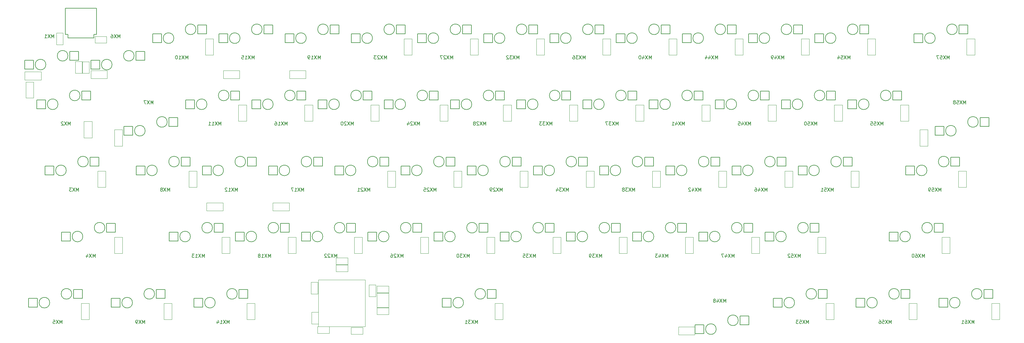
<source format=gbr>
%TF.GenerationSoftware,KiCad,Pcbnew,(5.1.10)-1*%
%TF.CreationDate,2021-08-14T15:29:17+09:00*%
%TF.ProjectId,pcb,7063622e-6b69-4636-9164-5f7063625858,rev?*%
%TF.SameCoordinates,Original*%
%TF.FileFunction,Other,User*%
%FSLAX46Y46*%
G04 Gerber Fmt 4.6, Leading zero omitted, Abs format (unit mm)*
G04 Created by KiCad (PCBNEW (5.1.10)-1) date 2021-08-14 15:29:17*
%MOMM*%
%LPD*%
G01*
G04 APERTURE LIST*
%ADD10C,0.050000*%
%ADD11C,0.150000*%
G04 APERTURE END LIST*
D10*
%TO.C,Y1*%
X130954250Y-108399000D02*
X127554250Y-108399000D01*
X127554250Y-108399000D02*
X127554250Y-104199000D01*
X127554250Y-104199000D02*
X130954250Y-104199000D01*
X130954250Y-104199000D02*
X130954250Y-108399000D01*
D11*
%TO.C,USB1*%
X37918000Y-29725000D02*
X38668000Y-29725000D01*
X46918000Y-29725000D02*
X46918000Y-22225000D01*
X46918000Y-22225000D02*
X37918000Y-22225000D01*
X37918000Y-22225000D02*
X37918000Y-29725000D01*
X38668000Y-29725000D02*
X38668000Y-30725000D01*
X38668000Y-30725000D02*
X46168000Y-30725000D01*
X46168000Y-30725000D02*
X46168000Y-29725000D01*
X46918000Y-29725000D02*
X46168000Y-29725000D01*
D10*
%TO.C,U2*%
X110775000Y-100456250D02*
X124175000Y-100456250D01*
X110775000Y-113856250D02*
X124175000Y-113856250D01*
X110775000Y-100456250D02*
X110775000Y-113856250D01*
X124175000Y-100456250D02*
X124175000Y-113856250D01*
%TO.C,R6*%
X110492750Y-113921500D02*
X110492750Y-115821500D01*
X110492750Y-115821500D02*
X113852750Y-115821500D01*
X113852750Y-115821500D02*
X113852750Y-113921500D01*
X113852750Y-113921500D02*
X110492750Y-113921500D01*
%TO.C,R5*%
X125319750Y-105248500D02*
X127219750Y-105248500D01*
X127219750Y-105248500D02*
X127219750Y-101888500D01*
X127219750Y-101888500D02*
X125319750Y-101888500D01*
X125319750Y-101888500D02*
X125319750Y-105248500D01*
%TO.C,R4*%
X42865000Y-40923000D02*
X44765000Y-40923000D01*
X44765000Y-40923000D02*
X44765000Y-37563000D01*
X44765000Y-37563000D02*
X42865000Y-37563000D01*
X42865000Y-37563000D02*
X42865000Y-40923000D01*
%TO.C,R3*%
X40833000Y-40899500D02*
X42733000Y-40899500D01*
X42733000Y-40899500D02*
X42733000Y-37539500D01*
X42733000Y-37539500D02*
X40833000Y-37539500D01*
X40833000Y-37539500D02*
X40833000Y-40899500D01*
%TO.C,R2*%
X49813000Y-32192000D02*
X49813000Y-30292000D01*
X49813000Y-30292000D02*
X46453000Y-30292000D01*
X46453000Y-30292000D02*
X46453000Y-32192000D01*
X46453000Y-32192000D02*
X49813000Y-32192000D01*
%TO.C,R1*%
X37272000Y-29308000D02*
X35372000Y-29308000D01*
X35372000Y-29308000D02*
X35372000Y-32668000D01*
X35372000Y-32668000D02*
X37272000Y-32668000D01*
X37272000Y-32668000D02*
X37272000Y-29308000D01*
D11*
%TO.C,MX61*%
X301720250Y-104457500D02*
G75*
G03*
X301720250Y-104457500I-1524000J0D01*
G01*
X295370250Y-106997500D02*
G75*
G03*
X295370250Y-106997500I-1524000J0D01*
G01*
X289274250Y-105727500D02*
X291814250Y-105727500D01*
X291814250Y-105727500D02*
X291814250Y-108267500D01*
X291814250Y-108267500D02*
X289274250Y-108267500D01*
X289274250Y-108267500D02*
X289274250Y-105727500D01*
X302228250Y-103187500D02*
X304768250Y-103187500D01*
X304768250Y-103187500D02*
X304768250Y-105727500D01*
X304768250Y-105727500D02*
X302228250Y-105727500D01*
X302228250Y-105727500D02*
X302228250Y-103187500D01*
%TO.C,MX60*%
X287432750Y-85407500D02*
G75*
G03*
X287432750Y-85407500I-1524000J0D01*
G01*
X281082750Y-87947500D02*
G75*
G03*
X281082750Y-87947500I-1524000J0D01*
G01*
X274986750Y-86677500D02*
X277526750Y-86677500D01*
X277526750Y-86677500D02*
X277526750Y-89217500D01*
X277526750Y-89217500D02*
X274986750Y-89217500D01*
X274986750Y-89217500D02*
X274986750Y-86677500D01*
X287940750Y-84137500D02*
X290480750Y-84137500D01*
X290480750Y-84137500D02*
X290480750Y-86677500D01*
X290480750Y-86677500D02*
X287940750Y-86677500D01*
X287940750Y-86677500D02*
X287940750Y-84137500D01*
%TO.C,MX59*%
X292195250Y-66357500D02*
G75*
G03*
X292195250Y-66357500I-1524000J0D01*
G01*
X285845250Y-68897500D02*
G75*
G03*
X285845250Y-68897500I-1524000J0D01*
G01*
X279749250Y-67627500D02*
X282289250Y-67627500D01*
X282289250Y-67627500D02*
X282289250Y-70167500D01*
X282289250Y-70167500D02*
X279749250Y-70167500D01*
X279749250Y-70167500D02*
X279749250Y-67627500D01*
X292703250Y-65087500D02*
X295243250Y-65087500D01*
X295243250Y-65087500D02*
X295243250Y-67627500D01*
X295243250Y-67627500D02*
X292703250Y-67627500D01*
X292703250Y-67627500D02*
X292703250Y-65087500D01*
%TO.C,MX58*%
X290703000Y-58737500D02*
X288163000Y-58737500D01*
X288163000Y-58737500D02*
X288163000Y-56197500D01*
X288163000Y-56197500D02*
X290703000Y-56197500D01*
X290703000Y-56197500D02*
X290703000Y-58737500D01*
X301117000Y-56197500D02*
X301117000Y-53657500D01*
X301117000Y-53657500D02*
X303657000Y-53657500D01*
X303657000Y-53657500D02*
X303657000Y-56197500D01*
X303657000Y-56197500D02*
X301117000Y-56197500D01*
X294259000Y-57467500D02*
G75*
G03*
X294259000Y-57467500I-1524000J0D01*
G01*
X300609000Y-54927500D02*
G75*
G03*
X300609000Y-54927500I-1524000J0D01*
G01*
%TO.C,MX57*%
X294576500Y-28257500D02*
G75*
G03*
X294576500Y-28257500I-1524000J0D01*
G01*
X288226500Y-30797500D02*
G75*
G03*
X288226500Y-30797500I-1524000J0D01*
G01*
X282130500Y-29527500D02*
X284670500Y-29527500D01*
X284670500Y-29527500D02*
X284670500Y-32067500D01*
X284670500Y-32067500D02*
X282130500Y-32067500D01*
X282130500Y-32067500D02*
X282130500Y-29527500D01*
X295084500Y-26987500D02*
X297624500Y-26987500D01*
X297624500Y-26987500D02*
X297624500Y-29527500D01*
X297624500Y-29527500D02*
X295084500Y-29527500D01*
X295084500Y-29527500D02*
X295084500Y-26987500D01*
%TO.C,MX56*%
X277907750Y-104457500D02*
G75*
G03*
X277907750Y-104457500I-1524000J0D01*
G01*
X271557750Y-106997500D02*
G75*
G03*
X271557750Y-106997500I-1524000J0D01*
G01*
X265461750Y-105727500D02*
X268001750Y-105727500D01*
X268001750Y-105727500D02*
X268001750Y-108267500D01*
X268001750Y-108267500D02*
X265461750Y-108267500D01*
X265461750Y-108267500D02*
X265461750Y-105727500D01*
X278415750Y-103187500D02*
X280955750Y-103187500D01*
X280955750Y-103187500D02*
X280955750Y-105727500D01*
X280955750Y-105727500D02*
X278415750Y-105727500D01*
X278415750Y-105727500D02*
X278415750Y-103187500D01*
%TO.C,MX55*%
X275526500Y-47307500D02*
G75*
G03*
X275526500Y-47307500I-1524000J0D01*
G01*
X269176500Y-49847500D02*
G75*
G03*
X269176500Y-49847500I-1524000J0D01*
G01*
X276034500Y-46037500D02*
X278574500Y-46037500D01*
X278574500Y-46037500D02*
X278574500Y-48577500D01*
X278574500Y-48577500D02*
X276034500Y-48577500D01*
X276034500Y-48577500D02*
X276034500Y-46037500D01*
X265620500Y-48577500D02*
X263080500Y-48577500D01*
X263080500Y-48577500D02*
X263080500Y-51117500D01*
X263080500Y-51117500D02*
X265620500Y-51117500D01*
X265620500Y-51117500D02*
X265620500Y-48577500D01*
%TO.C,MX54*%
X266001500Y-28257500D02*
G75*
G03*
X266001500Y-28257500I-1524000J0D01*
G01*
X259651500Y-30797500D02*
G75*
G03*
X259651500Y-30797500I-1524000J0D01*
G01*
X266509500Y-26987500D02*
X269049500Y-26987500D01*
X269049500Y-26987500D02*
X269049500Y-29527500D01*
X269049500Y-29527500D02*
X266509500Y-29527500D01*
X266509500Y-29527500D02*
X266509500Y-26987500D01*
X256095500Y-29527500D02*
X253555500Y-29527500D01*
X253555500Y-29527500D02*
X253555500Y-32067500D01*
X253555500Y-32067500D02*
X256095500Y-32067500D01*
X256095500Y-32067500D02*
X256095500Y-29527500D01*
%TO.C,MX53*%
X254095250Y-104457500D02*
G75*
G03*
X254095250Y-104457500I-1524000J0D01*
G01*
X247745250Y-106997500D02*
G75*
G03*
X247745250Y-106997500I-1524000J0D01*
G01*
X241649250Y-105727500D02*
X244189250Y-105727500D01*
X244189250Y-105727500D02*
X244189250Y-108267500D01*
X244189250Y-108267500D02*
X241649250Y-108267500D01*
X241649250Y-108267500D02*
X241649250Y-105727500D01*
X254603250Y-103187500D02*
X257143250Y-103187500D01*
X257143250Y-103187500D02*
X257143250Y-105727500D01*
X257143250Y-105727500D02*
X254603250Y-105727500D01*
X254603250Y-105727500D02*
X254603250Y-103187500D01*
%TO.C,MX52*%
X251714000Y-85407500D02*
G75*
G03*
X251714000Y-85407500I-1524000J0D01*
G01*
X245364000Y-87947500D02*
G75*
G03*
X245364000Y-87947500I-1524000J0D01*
G01*
X252222000Y-84137500D02*
X254762000Y-84137500D01*
X254762000Y-84137500D02*
X254762000Y-86677500D01*
X254762000Y-86677500D02*
X252222000Y-86677500D01*
X252222000Y-86677500D02*
X252222000Y-84137500D01*
X241808000Y-86677500D02*
X239268000Y-86677500D01*
X239268000Y-86677500D02*
X239268000Y-89217500D01*
X239268000Y-89217500D02*
X241808000Y-89217500D01*
X241808000Y-89217500D02*
X241808000Y-86677500D01*
%TO.C,MX51*%
X261239000Y-66357500D02*
G75*
G03*
X261239000Y-66357500I-1524000J0D01*
G01*
X254889000Y-68897500D02*
G75*
G03*
X254889000Y-68897500I-1524000J0D01*
G01*
X261747000Y-65087500D02*
X264287000Y-65087500D01*
X264287000Y-65087500D02*
X264287000Y-67627500D01*
X264287000Y-67627500D02*
X261747000Y-67627500D01*
X261747000Y-67627500D02*
X261747000Y-65087500D01*
X251333000Y-67627500D02*
X248793000Y-67627500D01*
X248793000Y-67627500D02*
X248793000Y-70167500D01*
X248793000Y-70167500D02*
X251333000Y-70167500D01*
X251333000Y-70167500D02*
X251333000Y-67627500D01*
%TO.C,MX50*%
X256476500Y-47307500D02*
G75*
G03*
X256476500Y-47307500I-1524000J0D01*
G01*
X250126500Y-49847500D02*
G75*
G03*
X250126500Y-49847500I-1524000J0D01*
G01*
X256984500Y-46037500D02*
X259524500Y-46037500D01*
X259524500Y-46037500D02*
X259524500Y-48577500D01*
X259524500Y-48577500D02*
X256984500Y-48577500D01*
X256984500Y-48577500D02*
X256984500Y-46037500D01*
X246570500Y-48577500D02*
X244030500Y-48577500D01*
X244030500Y-48577500D02*
X244030500Y-51117500D01*
X244030500Y-51117500D02*
X246570500Y-51117500D01*
X246570500Y-51117500D02*
X246570500Y-48577500D01*
%TO.C,MX49*%
X246951500Y-28257500D02*
G75*
G03*
X246951500Y-28257500I-1524000J0D01*
G01*
X240601500Y-30797500D02*
G75*
G03*
X240601500Y-30797500I-1524000J0D01*
G01*
X247459500Y-26987500D02*
X249999500Y-26987500D01*
X249999500Y-26987500D02*
X249999500Y-29527500D01*
X249999500Y-29527500D02*
X247459500Y-29527500D01*
X247459500Y-29527500D02*
X247459500Y-26987500D01*
X237045500Y-29527500D02*
X234505500Y-29527500D01*
X234505500Y-29527500D02*
X234505500Y-32067500D01*
X234505500Y-32067500D02*
X237045500Y-32067500D01*
X237045500Y-32067500D02*
X237045500Y-29527500D01*
%TO.C,MX48*%
X225202750Y-114617500D02*
G75*
G03*
X225202750Y-114617500I-1524000J0D01*
G01*
X231552750Y-112077500D02*
G75*
G03*
X231552750Y-112077500I-1524000J0D01*
G01*
X234600750Y-113347500D02*
X232060750Y-113347500D01*
X232060750Y-113347500D02*
X232060750Y-110807500D01*
X232060750Y-110807500D02*
X234600750Y-110807500D01*
X234600750Y-110807500D02*
X234600750Y-113347500D01*
X221646750Y-115887500D02*
X219106750Y-115887500D01*
X219106750Y-115887500D02*
X219106750Y-113347500D01*
X219106750Y-113347500D02*
X221646750Y-113347500D01*
X221646750Y-113347500D02*
X221646750Y-115887500D01*
%TO.C,MX47*%
X232664000Y-85407500D02*
G75*
G03*
X232664000Y-85407500I-1524000J0D01*
G01*
X226314000Y-87947500D02*
G75*
G03*
X226314000Y-87947500I-1524000J0D01*
G01*
X233172000Y-84137500D02*
X235712000Y-84137500D01*
X235712000Y-84137500D02*
X235712000Y-86677500D01*
X235712000Y-86677500D02*
X233172000Y-86677500D01*
X233172000Y-86677500D02*
X233172000Y-84137500D01*
X222758000Y-86677500D02*
X220218000Y-86677500D01*
X220218000Y-86677500D02*
X220218000Y-89217500D01*
X220218000Y-89217500D02*
X222758000Y-89217500D01*
X222758000Y-89217500D02*
X222758000Y-86677500D01*
%TO.C,MX46*%
X242189000Y-66357500D02*
G75*
G03*
X242189000Y-66357500I-1524000J0D01*
G01*
X235839000Y-68897500D02*
G75*
G03*
X235839000Y-68897500I-1524000J0D01*
G01*
X242697000Y-65087500D02*
X245237000Y-65087500D01*
X245237000Y-65087500D02*
X245237000Y-67627500D01*
X245237000Y-67627500D02*
X242697000Y-67627500D01*
X242697000Y-67627500D02*
X242697000Y-65087500D01*
X232283000Y-67627500D02*
X229743000Y-67627500D01*
X229743000Y-67627500D02*
X229743000Y-70167500D01*
X229743000Y-70167500D02*
X232283000Y-70167500D01*
X232283000Y-70167500D02*
X232283000Y-67627500D01*
%TO.C,MX45*%
X237426500Y-47307500D02*
G75*
G03*
X237426500Y-47307500I-1524000J0D01*
G01*
X231076500Y-49847500D02*
G75*
G03*
X231076500Y-49847500I-1524000J0D01*
G01*
X237934500Y-46037500D02*
X240474500Y-46037500D01*
X240474500Y-46037500D02*
X240474500Y-48577500D01*
X240474500Y-48577500D02*
X237934500Y-48577500D01*
X237934500Y-48577500D02*
X237934500Y-46037500D01*
X227520500Y-48577500D02*
X224980500Y-48577500D01*
X224980500Y-48577500D02*
X224980500Y-51117500D01*
X224980500Y-51117500D02*
X227520500Y-51117500D01*
X227520500Y-51117500D02*
X227520500Y-48577500D01*
%TO.C,MX44*%
X227901500Y-28257500D02*
G75*
G03*
X227901500Y-28257500I-1524000J0D01*
G01*
X221551500Y-30797500D02*
G75*
G03*
X221551500Y-30797500I-1524000J0D01*
G01*
X228409500Y-26987500D02*
X230949500Y-26987500D01*
X230949500Y-26987500D02*
X230949500Y-29527500D01*
X230949500Y-29527500D02*
X228409500Y-29527500D01*
X228409500Y-29527500D02*
X228409500Y-26987500D01*
X217995500Y-29527500D02*
X215455500Y-29527500D01*
X215455500Y-29527500D02*
X215455500Y-32067500D01*
X215455500Y-32067500D02*
X217995500Y-32067500D01*
X217995500Y-32067500D02*
X217995500Y-29527500D01*
%TO.C,MX43*%
X213614000Y-85407500D02*
G75*
G03*
X213614000Y-85407500I-1524000J0D01*
G01*
X207264000Y-87947500D02*
G75*
G03*
X207264000Y-87947500I-1524000J0D01*
G01*
X214122000Y-84137500D02*
X216662000Y-84137500D01*
X216662000Y-84137500D02*
X216662000Y-86677500D01*
X216662000Y-86677500D02*
X214122000Y-86677500D01*
X214122000Y-86677500D02*
X214122000Y-84137500D01*
X203708000Y-86677500D02*
X201168000Y-86677500D01*
X201168000Y-86677500D02*
X201168000Y-89217500D01*
X201168000Y-89217500D02*
X203708000Y-89217500D01*
X203708000Y-89217500D02*
X203708000Y-86677500D01*
%TO.C,MX42*%
X223139000Y-66357500D02*
G75*
G03*
X223139000Y-66357500I-1524000J0D01*
G01*
X216789000Y-68897500D02*
G75*
G03*
X216789000Y-68897500I-1524000J0D01*
G01*
X223647000Y-65087500D02*
X226187000Y-65087500D01*
X226187000Y-65087500D02*
X226187000Y-67627500D01*
X226187000Y-67627500D02*
X223647000Y-67627500D01*
X223647000Y-67627500D02*
X223647000Y-65087500D01*
X213233000Y-67627500D02*
X210693000Y-67627500D01*
X210693000Y-67627500D02*
X210693000Y-70167500D01*
X210693000Y-70167500D02*
X213233000Y-70167500D01*
X213233000Y-70167500D02*
X213233000Y-67627500D01*
%TO.C,MX41*%
X218376500Y-47307500D02*
G75*
G03*
X218376500Y-47307500I-1524000J0D01*
G01*
X212026500Y-49847500D02*
G75*
G03*
X212026500Y-49847500I-1524000J0D01*
G01*
X218884500Y-46037500D02*
X221424500Y-46037500D01*
X221424500Y-46037500D02*
X221424500Y-48577500D01*
X221424500Y-48577500D02*
X218884500Y-48577500D01*
X218884500Y-48577500D02*
X218884500Y-46037500D01*
X208470500Y-48577500D02*
X205930500Y-48577500D01*
X205930500Y-48577500D02*
X205930500Y-51117500D01*
X205930500Y-51117500D02*
X208470500Y-51117500D01*
X208470500Y-51117500D02*
X208470500Y-48577500D01*
%TO.C,MX40*%
X208851500Y-28257500D02*
G75*
G03*
X208851500Y-28257500I-1524000J0D01*
G01*
X202501500Y-30797500D02*
G75*
G03*
X202501500Y-30797500I-1524000J0D01*
G01*
X209359500Y-26987500D02*
X211899500Y-26987500D01*
X211899500Y-26987500D02*
X211899500Y-29527500D01*
X211899500Y-29527500D02*
X209359500Y-29527500D01*
X209359500Y-29527500D02*
X209359500Y-26987500D01*
X198945500Y-29527500D02*
X196405500Y-29527500D01*
X196405500Y-29527500D02*
X196405500Y-32067500D01*
X196405500Y-32067500D02*
X198945500Y-32067500D01*
X198945500Y-32067500D02*
X198945500Y-29527500D01*
%TO.C,MX39*%
X194564000Y-85407500D02*
G75*
G03*
X194564000Y-85407500I-1524000J0D01*
G01*
X188214000Y-87947500D02*
G75*
G03*
X188214000Y-87947500I-1524000J0D01*
G01*
X195072000Y-84137500D02*
X197612000Y-84137500D01*
X197612000Y-84137500D02*
X197612000Y-86677500D01*
X197612000Y-86677500D02*
X195072000Y-86677500D01*
X195072000Y-86677500D02*
X195072000Y-84137500D01*
X184658000Y-86677500D02*
X182118000Y-86677500D01*
X182118000Y-86677500D02*
X182118000Y-89217500D01*
X182118000Y-89217500D02*
X184658000Y-89217500D01*
X184658000Y-89217500D02*
X184658000Y-86677500D01*
%TO.C,MX38*%
X204089000Y-66357500D02*
G75*
G03*
X204089000Y-66357500I-1524000J0D01*
G01*
X197739000Y-68897500D02*
G75*
G03*
X197739000Y-68897500I-1524000J0D01*
G01*
X204597000Y-65087500D02*
X207137000Y-65087500D01*
X207137000Y-65087500D02*
X207137000Y-67627500D01*
X207137000Y-67627500D02*
X204597000Y-67627500D01*
X204597000Y-67627500D02*
X204597000Y-65087500D01*
X194183000Y-67627500D02*
X191643000Y-67627500D01*
X191643000Y-67627500D02*
X191643000Y-70167500D01*
X191643000Y-70167500D02*
X194183000Y-70167500D01*
X194183000Y-70167500D02*
X194183000Y-67627500D01*
%TO.C,MX37*%
X199326500Y-47307500D02*
G75*
G03*
X199326500Y-47307500I-1524000J0D01*
G01*
X192976500Y-49847500D02*
G75*
G03*
X192976500Y-49847500I-1524000J0D01*
G01*
X199834500Y-46037500D02*
X202374500Y-46037500D01*
X202374500Y-46037500D02*
X202374500Y-48577500D01*
X202374500Y-48577500D02*
X199834500Y-48577500D01*
X199834500Y-48577500D02*
X199834500Y-46037500D01*
X189420500Y-48577500D02*
X186880500Y-48577500D01*
X186880500Y-48577500D02*
X186880500Y-51117500D01*
X186880500Y-51117500D02*
X189420500Y-51117500D01*
X189420500Y-51117500D02*
X189420500Y-48577500D01*
%TO.C,MX36*%
X189801500Y-28257500D02*
G75*
G03*
X189801500Y-28257500I-1524000J0D01*
G01*
X183451500Y-30797500D02*
G75*
G03*
X183451500Y-30797500I-1524000J0D01*
G01*
X190309500Y-26987500D02*
X192849500Y-26987500D01*
X192849500Y-26987500D02*
X192849500Y-29527500D01*
X192849500Y-29527500D02*
X190309500Y-29527500D01*
X190309500Y-29527500D02*
X190309500Y-26987500D01*
X179895500Y-29527500D02*
X177355500Y-29527500D01*
X177355500Y-29527500D02*
X177355500Y-32067500D01*
X177355500Y-32067500D02*
X179895500Y-32067500D01*
X179895500Y-32067500D02*
X179895500Y-29527500D01*
%TO.C,MX35*%
X175514000Y-85407500D02*
G75*
G03*
X175514000Y-85407500I-1524000J0D01*
G01*
X169164000Y-87947500D02*
G75*
G03*
X169164000Y-87947500I-1524000J0D01*
G01*
X176022000Y-84137500D02*
X178562000Y-84137500D01*
X178562000Y-84137500D02*
X178562000Y-86677500D01*
X178562000Y-86677500D02*
X176022000Y-86677500D01*
X176022000Y-86677500D02*
X176022000Y-84137500D01*
X165608000Y-86677500D02*
X163068000Y-86677500D01*
X163068000Y-86677500D02*
X163068000Y-89217500D01*
X163068000Y-89217500D02*
X165608000Y-89217500D01*
X165608000Y-89217500D02*
X165608000Y-86677500D01*
%TO.C,MX34*%
X185039000Y-66357500D02*
G75*
G03*
X185039000Y-66357500I-1524000J0D01*
G01*
X178689000Y-68897500D02*
G75*
G03*
X178689000Y-68897500I-1524000J0D01*
G01*
X185547000Y-65087500D02*
X188087000Y-65087500D01*
X188087000Y-65087500D02*
X188087000Y-67627500D01*
X188087000Y-67627500D02*
X185547000Y-67627500D01*
X185547000Y-67627500D02*
X185547000Y-65087500D01*
X175133000Y-67627500D02*
X172593000Y-67627500D01*
X172593000Y-67627500D02*
X172593000Y-70167500D01*
X172593000Y-70167500D02*
X175133000Y-70167500D01*
X175133000Y-70167500D02*
X175133000Y-67627500D01*
%TO.C,MX33*%
X180276500Y-47307500D02*
G75*
G03*
X180276500Y-47307500I-1524000J0D01*
G01*
X173926500Y-49847500D02*
G75*
G03*
X173926500Y-49847500I-1524000J0D01*
G01*
X180784500Y-46037500D02*
X183324500Y-46037500D01*
X183324500Y-46037500D02*
X183324500Y-48577500D01*
X183324500Y-48577500D02*
X180784500Y-48577500D01*
X180784500Y-48577500D02*
X180784500Y-46037500D01*
X170370500Y-48577500D02*
X167830500Y-48577500D01*
X167830500Y-48577500D02*
X167830500Y-51117500D01*
X167830500Y-51117500D02*
X170370500Y-51117500D01*
X170370500Y-51117500D02*
X170370500Y-48577500D01*
%TO.C,MX32*%
X170751500Y-28257500D02*
G75*
G03*
X170751500Y-28257500I-1524000J0D01*
G01*
X164401500Y-30797500D02*
G75*
G03*
X164401500Y-30797500I-1524000J0D01*
G01*
X171259500Y-26987500D02*
X173799500Y-26987500D01*
X173799500Y-26987500D02*
X173799500Y-29527500D01*
X173799500Y-29527500D02*
X171259500Y-29527500D01*
X171259500Y-29527500D02*
X171259500Y-26987500D01*
X160845500Y-29527500D02*
X158305500Y-29527500D01*
X158305500Y-29527500D02*
X158305500Y-32067500D01*
X158305500Y-32067500D02*
X160845500Y-32067500D01*
X160845500Y-32067500D02*
X160845500Y-29527500D01*
%TO.C,MX31*%
X158845250Y-104457500D02*
G75*
G03*
X158845250Y-104457500I-1524000J0D01*
G01*
X152495250Y-106997500D02*
G75*
G03*
X152495250Y-106997500I-1524000J0D01*
G01*
X146399250Y-105727500D02*
X148939250Y-105727500D01*
X148939250Y-105727500D02*
X148939250Y-108267500D01*
X148939250Y-108267500D02*
X146399250Y-108267500D01*
X146399250Y-108267500D02*
X146399250Y-105727500D01*
X159353250Y-103187500D02*
X161893250Y-103187500D01*
X161893250Y-103187500D02*
X161893250Y-105727500D01*
X161893250Y-105727500D02*
X159353250Y-105727500D01*
X159353250Y-105727500D02*
X159353250Y-103187500D01*
%TO.C,MX30*%
X156464000Y-85407500D02*
G75*
G03*
X156464000Y-85407500I-1524000J0D01*
G01*
X150114000Y-87947500D02*
G75*
G03*
X150114000Y-87947500I-1524000J0D01*
G01*
X156972000Y-84137500D02*
X159512000Y-84137500D01*
X159512000Y-84137500D02*
X159512000Y-86677500D01*
X159512000Y-86677500D02*
X156972000Y-86677500D01*
X156972000Y-86677500D02*
X156972000Y-84137500D01*
X146558000Y-86677500D02*
X144018000Y-86677500D01*
X144018000Y-86677500D02*
X144018000Y-89217500D01*
X144018000Y-89217500D02*
X146558000Y-89217500D01*
X146558000Y-89217500D02*
X146558000Y-86677500D01*
%TO.C,MX29*%
X165989000Y-66357500D02*
G75*
G03*
X165989000Y-66357500I-1524000J0D01*
G01*
X159639000Y-68897500D02*
G75*
G03*
X159639000Y-68897500I-1524000J0D01*
G01*
X166497000Y-65087500D02*
X169037000Y-65087500D01*
X169037000Y-65087500D02*
X169037000Y-67627500D01*
X169037000Y-67627500D02*
X166497000Y-67627500D01*
X166497000Y-67627500D02*
X166497000Y-65087500D01*
X156083000Y-67627500D02*
X153543000Y-67627500D01*
X153543000Y-67627500D02*
X153543000Y-70167500D01*
X153543000Y-70167500D02*
X156083000Y-70167500D01*
X156083000Y-70167500D02*
X156083000Y-67627500D01*
%TO.C,MX28*%
X161226500Y-47307500D02*
G75*
G03*
X161226500Y-47307500I-1524000J0D01*
G01*
X154876500Y-49847500D02*
G75*
G03*
X154876500Y-49847500I-1524000J0D01*
G01*
X161734500Y-46037500D02*
X164274500Y-46037500D01*
X164274500Y-46037500D02*
X164274500Y-48577500D01*
X164274500Y-48577500D02*
X161734500Y-48577500D01*
X161734500Y-48577500D02*
X161734500Y-46037500D01*
X151320500Y-48577500D02*
X148780500Y-48577500D01*
X148780500Y-48577500D02*
X148780500Y-51117500D01*
X148780500Y-51117500D02*
X151320500Y-51117500D01*
X151320500Y-51117500D02*
X151320500Y-48577500D01*
%TO.C,MX27*%
X151701500Y-28257500D02*
G75*
G03*
X151701500Y-28257500I-1524000J0D01*
G01*
X145351500Y-30797500D02*
G75*
G03*
X145351500Y-30797500I-1524000J0D01*
G01*
X152209500Y-26987500D02*
X154749500Y-26987500D01*
X154749500Y-26987500D02*
X154749500Y-29527500D01*
X154749500Y-29527500D02*
X152209500Y-29527500D01*
X152209500Y-29527500D02*
X152209500Y-26987500D01*
X141795500Y-29527500D02*
X139255500Y-29527500D01*
X139255500Y-29527500D02*
X139255500Y-32067500D01*
X139255500Y-32067500D02*
X141795500Y-32067500D01*
X141795500Y-32067500D02*
X141795500Y-29527500D01*
%TO.C,MX26*%
X137414000Y-85407500D02*
G75*
G03*
X137414000Y-85407500I-1524000J0D01*
G01*
X131064000Y-87947500D02*
G75*
G03*
X131064000Y-87947500I-1524000J0D01*
G01*
X137922000Y-84137500D02*
X140462000Y-84137500D01*
X140462000Y-84137500D02*
X140462000Y-86677500D01*
X140462000Y-86677500D02*
X137922000Y-86677500D01*
X137922000Y-86677500D02*
X137922000Y-84137500D01*
X127508000Y-86677500D02*
X124968000Y-86677500D01*
X124968000Y-86677500D02*
X124968000Y-89217500D01*
X124968000Y-89217500D02*
X127508000Y-89217500D01*
X127508000Y-89217500D02*
X127508000Y-86677500D01*
%TO.C,MX25*%
X146939000Y-66357500D02*
G75*
G03*
X146939000Y-66357500I-1524000J0D01*
G01*
X140589000Y-68897500D02*
G75*
G03*
X140589000Y-68897500I-1524000J0D01*
G01*
X147447000Y-65087500D02*
X149987000Y-65087500D01*
X149987000Y-65087500D02*
X149987000Y-67627500D01*
X149987000Y-67627500D02*
X147447000Y-67627500D01*
X147447000Y-67627500D02*
X147447000Y-65087500D01*
X137033000Y-67627500D02*
X134493000Y-67627500D01*
X134493000Y-67627500D02*
X134493000Y-70167500D01*
X134493000Y-70167500D02*
X137033000Y-70167500D01*
X137033000Y-70167500D02*
X137033000Y-67627500D01*
%TO.C,MX24*%
X142176500Y-47307500D02*
G75*
G03*
X142176500Y-47307500I-1524000J0D01*
G01*
X135826500Y-49847500D02*
G75*
G03*
X135826500Y-49847500I-1524000J0D01*
G01*
X142684500Y-46037500D02*
X145224500Y-46037500D01*
X145224500Y-46037500D02*
X145224500Y-48577500D01*
X145224500Y-48577500D02*
X142684500Y-48577500D01*
X142684500Y-48577500D02*
X142684500Y-46037500D01*
X132270500Y-48577500D02*
X129730500Y-48577500D01*
X129730500Y-48577500D02*
X129730500Y-51117500D01*
X129730500Y-51117500D02*
X132270500Y-51117500D01*
X132270500Y-51117500D02*
X132270500Y-48577500D01*
%TO.C,MX23*%
X132651500Y-28257500D02*
G75*
G03*
X132651500Y-28257500I-1524000J0D01*
G01*
X126301500Y-30797500D02*
G75*
G03*
X126301500Y-30797500I-1524000J0D01*
G01*
X133159500Y-26987500D02*
X135699500Y-26987500D01*
X135699500Y-26987500D02*
X135699500Y-29527500D01*
X135699500Y-29527500D02*
X133159500Y-29527500D01*
X133159500Y-29527500D02*
X133159500Y-26987500D01*
X122745500Y-29527500D02*
X120205500Y-29527500D01*
X120205500Y-29527500D02*
X120205500Y-32067500D01*
X120205500Y-32067500D02*
X122745500Y-32067500D01*
X122745500Y-32067500D02*
X122745500Y-29527500D01*
%TO.C,MX22*%
X118364000Y-85407500D02*
G75*
G03*
X118364000Y-85407500I-1524000J0D01*
G01*
X112014000Y-87947500D02*
G75*
G03*
X112014000Y-87947500I-1524000J0D01*
G01*
X118872000Y-84137500D02*
X121412000Y-84137500D01*
X121412000Y-84137500D02*
X121412000Y-86677500D01*
X121412000Y-86677500D02*
X118872000Y-86677500D01*
X118872000Y-86677500D02*
X118872000Y-84137500D01*
X108458000Y-86677500D02*
X105918000Y-86677500D01*
X105918000Y-86677500D02*
X105918000Y-89217500D01*
X105918000Y-89217500D02*
X108458000Y-89217500D01*
X108458000Y-89217500D02*
X108458000Y-86677500D01*
%TO.C,MX21*%
X127889000Y-66357500D02*
G75*
G03*
X127889000Y-66357500I-1524000J0D01*
G01*
X121539000Y-68897500D02*
G75*
G03*
X121539000Y-68897500I-1524000J0D01*
G01*
X128397000Y-65087500D02*
X130937000Y-65087500D01*
X130937000Y-65087500D02*
X130937000Y-67627500D01*
X130937000Y-67627500D02*
X128397000Y-67627500D01*
X128397000Y-67627500D02*
X128397000Y-65087500D01*
X117983000Y-67627500D02*
X115443000Y-67627500D01*
X115443000Y-67627500D02*
X115443000Y-70167500D01*
X115443000Y-70167500D02*
X117983000Y-70167500D01*
X117983000Y-70167500D02*
X117983000Y-67627500D01*
%TO.C,MX20*%
X123126500Y-47307500D02*
G75*
G03*
X123126500Y-47307500I-1524000J0D01*
G01*
X116776500Y-49847500D02*
G75*
G03*
X116776500Y-49847500I-1524000J0D01*
G01*
X123634500Y-46037500D02*
X126174500Y-46037500D01*
X126174500Y-46037500D02*
X126174500Y-48577500D01*
X126174500Y-48577500D02*
X123634500Y-48577500D01*
X123634500Y-48577500D02*
X123634500Y-46037500D01*
X113220500Y-48577500D02*
X110680500Y-48577500D01*
X110680500Y-48577500D02*
X110680500Y-51117500D01*
X110680500Y-51117500D02*
X113220500Y-51117500D01*
X113220500Y-51117500D02*
X113220500Y-48577500D01*
%TO.C,MX19*%
X113601500Y-28257500D02*
G75*
G03*
X113601500Y-28257500I-1524000J0D01*
G01*
X107251500Y-30797500D02*
G75*
G03*
X107251500Y-30797500I-1524000J0D01*
G01*
X114109500Y-26987500D02*
X116649500Y-26987500D01*
X116649500Y-26987500D02*
X116649500Y-29527500D01*
X116649500Y-29527500D02*
X114109500Y-29527500D01*
X114109500Y-29527500D02*
X114109500Y-26987500D01*
X103695500Y-29527500D02*
X101155500Y-29527500D01*
X101155500Y-29527500D02*
X101155500Y-32067500D01*
X101155500Y-32067500D02*
X103695500Y-32067500D01*
X103695500Y-32067500D02*
X103695500Y-29527500D01*
%TO.C,MX18*%
X99314000Y-85407500D02*
G75*
G03*
X99314000Y-85407500I-1524000J0D01*
G01*
X92964000Y-87947500D02*
G75*
G03*
X92964000Y-87947500I-1524000J0D01*
G01*
X99822000Y-84137500D02*
X102362000Y-84137500D01*
X102362000Y-84137500D02*
X102362000Y-86677500D01*
X102362000Y-86677500D02*
X99822000Y-86677500D01*
X99822000Y-86677500D02*
X99822000Y-84137500D01*
X89408000Y-86677500D02*
X86868000Y-86677500D01*
X86868000Y-86677500D02*
X86868000Y-89217500D01*
X86868000Y-89217500D02*
X89408000Y-89217500D01*
X89408000Y-89217500D02*
X89408000Y-86677500D01*
%TO.C,MX17*%
X108839000Y-66357500D02*
G75*
G03*
X108839000Y-66357500I-1524000J0D01*
G01*
X102489000Y-68897500D02*
G75*
G03*
X102489000Y-68897500I-1524000J0D01*
G01*
X109347000Y-65087500D02*
X111887000Y-65087500D01*
X111887000Y-65087500D02*
X111887000Y-67627500D01*
X111887000Y-67627500D02*
X109347000Y-67627500D01*
X109347000Y-67627500D02*
X109347000Y-65087500D01*
X98933000Y-67627500D02*
X96393000Y-67627500D01*
X96393000Y-67627500D02*
X96393000Y-70167500D01*
X96393000Y-70167500D02*
X98933000Y-70167500D01*
X98933000Y-70167500D02*
X98933000Y-67627500D01*
%TO.C,MX16*%
X104076500Y-47307500D02*
G75*
G03*
X104076500Y-47307500I-1524000J0D01*
G01*
X97726500Y-49847500D02*
G75*
G03*
X97726500Y-49847500I-1524000J0D01*
G01*
X104584500Y-46037500D02*
X107124500Y-46037500D01*
X107124500Y-46037500D02*
X107124500Y-48577500D01*
X107124500Y-48577500D02*
X104584500Y-48577500D01*
X104584500Y-48577500D02*
X104584500Y-46037500D01*
X94170500Y-48577500D02*
X91630500Y-48577500D01*
X91630500Y-48577500D02*
X91630500Y-51117500D01*
X91630500Y-51117500D02*
X94170500Y-51117500D01*
X94170500Y-51117500D02*
X94170500Y-48577500D01*
%TO.C,MX15*%
X94551500Y-28257500D02*
G75*
G03*
X94551500Y-28257500I-1524000J0D01*
G01*
X88201500Y-30797500D02*
G75*
G03*
X88201500Y-30797500I-1524000J0D01*
G01*
X95059500Y-26987500D02*
X97599500Y-26987500D01*
X97599500Y-26987500D02*
X97599500Y-29527500D01*
X97599500Y-29527500D02*
X95059500Y-29527500D01*
X95059500Y-29527500D02*
X95059500Y-26987500D01*
X84645500Y-29527500D02*
X82105500Y-29527500D01*
X82105500Y-29527500D02*
X82105500Y-32067500D01*
X82105500Y-32067500D02*
X84645500Y-32067500D01*
X84645500Y-32067500D02*
X84645500Y-29527500D01*
%TO.C,MX14*%
X87407750Y-104457500D02*
G75*
G03*
X87407750Y-104457500I-1524000J0D01*
G01*
X81057750Y-106997500D02*
G75*
G03*
X81057750Y-106997500I-1524000J0D01*
G01*
X74961750Y-105727500D02*
X77501750Y-105727500D01*
X77501750Y-105727500D02*
X77501750Y-108267500D01*
X77501750Y-108267500D02*
X74961750Y-108267500D01*
X74961750Y-108267500D02*
X74961750Y-105727500D01*
X87915750Y-103187500D02*
X90455750Y-103187500D01*
X90455750Y-103187500D02*
X90455750Y-105727500D01*
X90455750Y-105727500D02*
X87915750Y-105727500D01*
X87915750Y-105727500D02*
X87915750Y-103187500D01*
%TO.C,MX13*%
X80264000Y-85407500D02*
G75*
G03*
X80264000Y-85407500I-1524000J0D01*
G01*
X73914000Y-87947500D02*
G75*
G03*
X73914000Y-87947500I-1524000J0D01*
G01*
X80772000Y-84137500D02*
X83312000Y-84137500D01*
X83312000Y-84137500D02*
X83312000Y-86677500D01*
X83312000Y-86677500D02*
X80772000Y-86677500D01*
X80772000Y-86677500D02*
X80772000Y-84137500D01*
X70358000Y-86677500D02*
X67818000Y-86677500D01*
X67818000Y-86677500D02*
X67818000Y-89217500D01*
X67818000Y-89217500D02*
X70358000Y-89217500D01*
X70358000Y-89217500D02*
X70358000Y-86677500D01*
%TO.C,MX12*%
X89789000Y-66357500D02*
G75*
G03*
X89789000Y-66357500I-1524000J0D01*
G01*
X83439000Y-68897500D02*
G75*
G03*
X83439000Y-68897500I-1524000J0D01*
G01*
X90297000Y-65087500D02*
X92837000Y-65087500D01*
X92837000Y-65087500D02*
X92837000Y-67627500D01*
X92837000Y-67627500D02*
X90297000Y-67627500D01*
X90297000Y-67627500D02*
X90297000Y-65087500D01*
X79883000Y-67627500D02*
X77343000Y-67627500D01*
X77343000Y-67627500D02*
X77343000Y-70167500D01*
X77343000Y-70167500D02*
X79883000Y-70167500D01*
X79883000Y-70167500D02*
X79883000Y-67627500D01*
%TO.C,MX11*%
X85026500Y-47307500D02*
G75*
G03*
X85026500Y-47307500I-1524000J0D01*
G01*
X78676500Y-49847500D02*
G75*
G03*
X78676500Y-49847500I-1524000J0D01*
G01*
X85534500Y-46037500D02*
X88074500Y-46037500D01*
X88074500Y-46037500D02*
X88074500Y-48577500D01*
X88074500Y-48577500D02*
X85534500Y-48577500D01*
X85534500Y-48577500D02*
X85534500Y-46037500D01*
X75120500Y-48577500D02*
X72580500Y-48577500D01*
X72580500Y-48577500D02*
X72580500Y-51117500D01*
X72580500Y-51117500D02*
X75120500Y-51117500D01*
X75120500Y-51117500D02*
X75120500Y-48577500D01*
%TO.C,MX10*%
X75501500Y-28257500D02*
G75*
G03*
X75501500Y-28257500I-1524000J0D01*
G01*
X69151500Y-30797500D02*
G75*
G03*
X69151500Y-30797500I-1524000J0D01*
G01*
X76009500Y-26987500D02*
X78549500Y-26987500D01*
X78549500Y-26987500D02*
X78549500Y-29527500D01*
X78549500Y-29527500D02*
X76009500Y-29527500D01*
X76009500Y-29527500D02*
X76009500Y-26987500D01*
X65595500Y-29527500D02*
X63055500Y-29527500D01*
X63055500Y-29527500D02*
X63055500Y-32067500D01*
X63055500Y-32067500D02*
X65595500Y-32067500D01*
X65595500Y-32067500D02*
X65595500Y-29527500D01*
%TO.C,MX9*%
X63595250Y-104457500D02*
G75*
G03*
X63595250Y-104457500I-1524000J0D01*
G01*
X57245250Y-106997500D02*
G75*
G03*
X57245250Y-106997500I-1524000J0D01*
G01*
X51149250Y-105727500D02*
X53689250Y-105727500D01*
X53689250Y-105727500D02*
X53689250Y-108267500D01*
X53689250Y-108267500D02*
X51149250Y-108267500D01*
X51149250Y-108267500D02*
X51149250Y-105727500D01*
X64103250Y-103187500D02*
X66643250Y-103187500D01*
X66643250Y-103187500D02*
X66643250Y-105727500D01*
X66643250Y-105727500D02*
X64103250Y-105727500D01*
X64103250Y-105727500D02*
X64103250Y-103187500D01*
%TO.C,MX8*%
X70739000Y-66357500D02*
G75*
G03*
X70739000Y-66357500I-1524000J0D01*
G01*
X64389000Y-68897500D02*
G75*
G03*
X64389000Y-68897500I-1524000J0D01*
G01*
X71247000Y-65087500D02*
X73787000Y-65087500D01*
X73787000Y-65087500D02*
X73787000Y-67627500D01*
X73787000Y-67627500D02*
X71247000Y-67627500D01*
X71247000Y-67627500D02*
X71247000Y-65087500D01*
X60833000Y-67627500D02*
X58293000Y-67627500D01*
X58293000Y-67627500D02*
X58293000Y-70167500D01*
X58293000Y-70167500D02*
X60833000Y-70167500D01*
X60833000Y-70167500D02*
X60833000Y-67627500D01*
%TO.C,MX7*%
X60896500Y-57467500D02*
G75*
G03*
X60896500Y-57467500I-1524000J0D01*
G01*
X67246500Y-54927500D02*
G75*
G03*
X67246500Y-54927500I-1524000J0D01*
G01*
X57340500Y-58737500D02*
X54800500Y-58737500D01*
X54800500Y-58737500D02*
X54800500Y-56197500D01*
X54800500Y-56197500D02*
X57340500Y-56197500D01*
X57340500Y-56197500D02*
X57340500Y-58737500D01*
X67754500Y-56197500D02*
X70294500Y-56197500D01*
X70294500Y-56197500D02*
X70294500Y-53657500D01*
X70294500Y-53657500D02*
X67754500Y-53657500D01*
X67754500Y-53657500D02*
X67754500Y-56197500D01*
%TO.C,MX6*%
X51371500Y-38417500D02*
G75*
G03*
X51371500Y-38417500I-1524000J0D01*
G01*
X57721500Y-35877500D02*
G75*
G03*
X57721500Y-35877500I-1524000J0D01*
G01*
X47815500Y-39687500D02*
X45275500Y-39687500D01*
X45275500Y-39687500D02*
X45275500Y-37147500D01*
X45275500Y-37147500D02*
X47815500Y-37147500D01*
X47815500Y-37147500D02*
X47815500Y-39687500D01*
X58229500Y-37147500D02*
X60769500Y-37147500D01*
X60769500Y-37147500D02*
X60769500Y-34607500D01*
X60769500Y-34607500D02*
X58229500Y-34607500D01*
X58229500Y-34607500D02*
X58229500Y-37147500D01*
%TO.C,MX5*%
X39782750Y-104457500D02*
G75*
G03*
X39782750Y-104457500I-1524000J0D01*
G01*
X33432750Y-106997500D02*
G75*
G03*
X33432750Y-106997500I-1524000J0D01*
G01*
X27336750Y-105727500D02*
X29876750Y-105727500D01*
X29876750Y-105727500D02*
X29876750Y-108267500D01*
X29876750Y-108267500D02*
X27336750Y-108267500D01*
X27336750Y-108267500D02*
X27336750Y-105727500D01*
X40290750Y-103187500D02*
X42830750Y-103187500D01*
X42830750Y-103187500D02*
X42830750Y-105727500D01*
X42830750Y-105727500D02*
X40290750Y-105727500D01*
X40290750Y-105727500D02*
X40290750Y-103187500D01*
%TO.C,MX4*%
X49307750Y-85407500D02*
G75*
G03*
X49307750Y-85407500I-1524000J0D01*
G01*
X42957750Y-87947500D02*
G75*
G03*
X42957750Y-87947500I-1524000J0D01*
G01*
X36861750Y-86677500D02*
X39401750Y-86677500D01*
X39401750Y-86677500D02*
X39401750Y-89217500D01*
X39401750Y-89217500D02*
X36861750Y-89217500D01*
X36861750Y-89217500D02*
X36861750Y-86677500D01*
X49815750Y-84137500D02*
X52355750Y-84137500D01*
X52355750Y-84137500D02*
X52355750Y-86677500D01*
X52355750Y-86677500D02*
X49815750Y-86677500D01*
X49815750Y-86677500D02*
X49815750Y-84137500D01*
%TO.C,MX3*%
X45053250Y-65087500D02*
X47593250Y-65087500D01*
X47593250Y-65087500D02*
X47593250Y-67627500D01*
X47593250Y-67627500D02*
X45053250Y-67627500D01*
X45053250Y-67627500D02*
X45053250Y-65087500D01*
X34639250Y-67627500D02*
X34639250Y-70167500D01*
X34639250Y-70167500D02*
X32099250Y-70167500D01*
X32099250Y-70167500D02*
X32099250Y-67627500D01*
X32099250Y-67627500D02*
X34639250Y-67627500D01*
X38195250Y-68897500D02*
G75*
G03*
X38195250Y-68897500I-1524000J0D01*
G01*
X44545250Y-66357500D02*
G75*
G03*
X44545250Y-66357500I-1524000J0D01*
G01*
%TO.C,MX2*%
X42672000Y-46037500D02*
X45212000Y-46037500D01*
X45212000Y-46037500D02*
X45212000Y-48577500D01*
X45212000Y-48577500D02*
X42672000Y-48577500D01*
X42672000Y-48577500D02*
X42672000Y-46037500D01*
X32258000Y-48577500D02*
X32258000Y-51117500D01*
X32258000Y-51117500D02*
X29718000Y-51117500D01*
X29718000Y-51117500D02*
X29718000Y-48577500D01*
X29718000Y-48577500D02*
X32258000Y-48577500D01*
X42164000Y-47307500D02*
G75*
G03*
X42164000Y-47307500I-1524000J0D01*
G01*
X35814000Y-49847500D02*
G75*
G03*
X35814000Y-49847500I-1524000J0D01*
G01*
%TO.C,MX1*%
X32321500Y-38417500D02*
G75*
G03*
X32321500Y-38417500I-1524000J0D01*
G01*
X38671500Y-35877500D02*
G75*
G03*
X38671500Y-35877500I-1524000J0D01*
G01*
X28765500Y-39687500D02*
X26225500Y-39687500D01*
X26225500Y-39687500D02*
X26225500Y-37147500D01*
X26225500Y-37147500D02*
X28765500Y-37147500D01*
X28765500Y-37147500D02*
X28765500Y-39687500D01*
X39179500Y-37147500D02*
X41719500Y-37147500D01*
X41719500Y-37147500D02*
X41719500Y-34607500D01*
X41719500Y-34607500D02*
X39179500Y-34607500D01*
X39179500Y-34607500D02*
X39179500Y-37147500D01*
D10*
%TO.C,F1*%
X26566000Y-48000000D02*
X28806000Y-48000000D01*
X28806000Y-48000000D02*
X28806000Y-43440000D01*
X28806000Y-43440000D02*
X26566000Y-43440000D01*
X26566000Y-43440000D02*
X26566000Y-48000000D01*
%TO.C,D61*%
X306743750Y-111887500D02*
X306743750Y-107187500D01*
X306743750Y-107187500D02*
X304443750Y-107187500D01*
X304443750Y-107187500D02*
X304443750Y-111887500D01*
X306743750Y-111887500D02*
X304443750Y-111887500D01*
%TO.C,D60*%
X292456250Y-92837500D02*
X292456250Y-88137500D01*
X292456250Y-88137500D02*
X290156250Y-88137500D01*
X290156250Y-88137500D02*
X290156250Y-92837500D01*
X292456250Y-92837500D02*
X290156250Y-92837500D01*
%TO.C,D59*%
X297218750Y-73787500D02*
X297218750Y-69087500D01*
X297218750Y-69087500D02*
X294918750Y-69087500D01*
X294918750Y-69087500D02*
X294918750Y-73787500D01*
X297218750Y-73787500D02*
X294918750Y-73787500D01*
%TO.C,D58*%
X286106250Y-61881250D02*
X286106250Y-57181250D01*
X286106250Y-57181250D02*
X283806250Y-57181250D01*
X283806250Y-57181250D02*
X283806250Y-61881250D01*
X286106250Y-61881250D02*
X283806250Y-61881250D01*
%TO.C,D57*%
X299600000Y-35687500D02*
X299600000Y-30987500D01*
X299600000Y-30987500D02*
X297300000Y-30987500D01*
X297300000Y-30987500D02*
X297300000Y-35687500D01*
X299600000Y-35687500D02*
X297300000Y-35687500D01*
%TO.C,D56*%
X282931250Y-111887500D02*
X282931250Y-107187500D01*
X282931250Y-107187500D02*
X280631250Y-107187500D01*
X280631250Y-107187500D02*
X280631250Y-111887500D01*
X282931250Y-111887500D02*
X280631250Y-111887500D01*
%TO.C,D55*%
X280550000Y-54737500D02*
X280550000Y-50037500D01*
X280550000Y-50037500D02*
X278250000Y-50037500D01*
X278250000Y-50037500D02*
X278250000Y-54737500D01*
X280550000Y-54737500D02*
X278250000Y-54737500D01*
%TO.C,D54*%
X271025000Y-35687500D02*
X271025000Y-30987500D01*
X271025000Y-30987500D02*
X268725000Y-30987500D01*
X268725000Y-30987500D02*
X268725000Y-35687500D01*
X271025000Y-35687500D02*
X268725000Y-35687500D01*
%TO.C,D53*%
X259118750Y-111887500D02*
X259118750Y-107187500D01*
X259118750Y-107187500D02*
X256818750Y-107187500D01*
X256818750Y-107187500D02*
X256818750Y-111887500D01*
X259118750Y-111887500D02*
X256818750Y-111887500D01*
%TO.C,D52*%
X256737500Y-92837500D02*
X256737500Y-88137500D01*
X256737500Y-88137500D02*
X254437500Y-88137500D01*
X254437500Y-88137500D02*
X254437500Y-92837500D01*
X256737500Y-92837500D02*
X254437500Y-92837500D01*
%TO.C,D51*%
X266262500Y-73787500D02*
X266262500Y-69087500D01*
X266262500Y-69087500D02*
X263962500Y-69087500D01*
X263962500Y-69087500D02*
X263962500Y-73787500D01*
X266262500Y-73787500D02*
X263962500Y-73787500D01*
%TO.C,D50*%
X261500000Y-54737500D02*
X261500000Y-50037500D01*
X261500000Y-50037500D02*
X259200000Y-50037500D01*
X259200000Y-50037500D02*
X259200000Y-54737500D01*
X261500000Y-54737500D02*
X259200000Y-54737500D01*
%TO.C,D49*%
X251975000Y-35687500D02*
X251975000Y-30987500D01*
X251975000Y-30987500D02*
X249675000Y-30987500D01*
X249675000Y-30987500D02*
X249675000Y-35687500D01*
X251975000Y-35687500D02*
X249675000Y-35687500D01*
%TO.C,D48*%
X214343750Y-116243750D02*
X219043750Y-116243750D01*
X219043750Y-116243750D02*
X219043750Y-113943750D01*
X219043750Y-113943750D02*
X214343750Y-113943750D01*
X214343750Y-116243750D02*
X214343750Y-113943750D01*
%TO.C,D47*%
X237687500Y-92837500D02*
X237687500Y-88137500D01*
X237687500Y-88137500D02*
X235387500Y-88137500D01*
X235387500Y-88137500D02*
X235387500Y-92837500D01*
X237687500Y-92837500D02*
X235387500Y-92837500D01*
%TO.C,D46*%
X247212500Y-73787500D02*
X247212500Y-69087500D01*
X247212500Y-69087500D02*
X244912500Y-69087500D01*
X244912500Y-69087500D02*
X244912500Y-73787500D01*
X247212500Y-73787500D02*
X244912500Y-73787500D01*
%TO.C,D45*%
X242450000Y-54737500D02*
X242450000Y-50037500D01*
X242450000Y-50037500D02*
X240150000Y-50037500D01*
X240150000Y-50037500D02*
X240150000Y-54737500D01*
X242450000Y-54737500D02*
X240150000Y-54737500D01*
%TO.C,D44*%
X232925000Y-35687500D02*
X232925000Y-30987500D01*
X232925000Y-30987500D02*
X230625000Y-30987500D01*
X230625000Y-30987500D02*
X230625000Y-35687500D01*
X232925000Y-35687500D02*
X230625000Y-35687500D01*
%TO.C,D43*%
X218637500Y-92837500D02*
X218637500Y-88137500D01*
X218637500Y-88137500D02*
X216337500Y-88137500D01*
X216337500Y-88137500D02*
X216337500Y-92837500D01*
X218637500Y-92837500D02*
X216337500Y-92837500D01*
%TO.C,D42*%
X228162500Y-73787500D02*
X228162500Y-69087500D01*
X228162500Y-69087500D02*
X225862500Y-69087500D01*
X225862500Y-69087500D02*
X225862500Y-73787500D01*
X228162500Y-73787500D02*
X225862500Y-73787500D01*
%TO.C,D41*%
X223400000Y-54737500D02*
X223400000Y-50037500D01*
X223400000Y-50037500D02*
X221100000Y-50037500D01*
X221100000Y-50037500D02*
X221100000Y-54737500D01*
X223400000Y-54737500D02*
X221100000Y-54737500D01*
%TO.C,D40*%
X213875000Y-35687500D02*
X213875000Y-30987500D01*
X213875000Y-30987500D02*
X211575000Y-30987500D01*
X211575000Y-30987500D02*
X211575000Y-35687500D01*
X213875000Y-35687500D02*
X211575000Y-35687500D01*
%TO.C,D39*%
X199587500Y-92837500D02*
X199587500Y-88137500D01*
X199587500Y-88137500D02*
X197287500Y-88137500D01*
X197287500Y-88137500D02*
X197287500Y-92837500D01*
X199587500Y-92837500D02*
X197287500Y-92837500D01*
%TO.C,D38*%
X209112500Y-73787500D02*
X209112500Y-69087500D01*
X209112500Y-69087500D02*
X206812500Y-69087500D01*
X206812500Y-69087500D02*
X206812500Y-73787500D01*
X209112500Y-73787500D02*
X206812500Y-73787500D01*
%TO.C,D37*%
X204350000Y-54737500D02*
X204350000Y-50037500D01*
X204350000Y-50037500D02*
X202050000Y-50037500D01*
X202050000Y-50037500D02*
X202050000Y-54737500D01*
X204350000Y-54737500D02*
X202050000Y-54737500D01*
%TO.C,D36*%
X194825000Y-35687500D02*
X194825000Y-30987500D01*
X194825000Y-30987500D02*
X192525000Y-30987500D01*
X192525000Y-30987500D02*
X192525000Y-35687500D01*
X194825000Y-35687500D02*
X192525000Y-35687500D01*
%TO.C,D35*%
X180537500Y-92837500D02*
X180537500Y-88137500D01*
X180537500Y-88137500D02*
X178237500Y-88137500D01*
X178237500Y-88137500D02*
X178237500Y-92837500D01*
X180537500Y-92837500D02*
X178237500Y-92837500D01*
%TO.C,D34*%
X190062500Y-73787500D02*
X190062500Y-69087500D01*
X190062500Y-69087500D02*
X187762500Y-69087500D01*
X187762500Y-69087500D02*
X187762500Y-73787500D01*
X190062500Y-73787500D02*
X187762500Y-73787500D01*
%TO.C,D33*%
X185300000Y-54737500D02*
X185300000Y-50037500D01*
X185300000Y-50037500D02*
X183000000Y-50037500D01*
X183000000Y-50037500D02*
X183000000Y-54737500D01*
X185300000Y-54737500D02*
X183000000Y-54737500D01*
%TO.C,D32*%
X175775000Y-35687500D02*
X175775000Y-30987500D01*
X175775000Y-30987500D02*
X173475000Y-30987500D01*
X173475000Y-30987500D02*
X173475000Y-35687500D01*
X175775000Y-35687500D02*
X173475000Y-35687500D01*
%TO.C,D31*%
X163868750Y-111887500D02*
X163868750Y-107187500D01*
X163868750Y-107187500D02*
X161568750Y-107187500D01*
X161568750Y-107187500D02*
X161568750Y-111887500D01*
X163868750Y-111887500D02*
X161568750Y-111887500D01*
%TO.C,D30*%
X161487500Y-92837500D02*
X161487500Y-88137500D01*
X161487500Y-88137500D02*
X159187500Y-88137500D01*
X159187500Y-88137500D02*
X159187500Y-92837500D01*
X161487500Y-92837500D02*
X159187500Y-92837500D01*
%TO.C,D29*%
X171012500Y-73787500D02*
X171012500Y-69087500D01*
X171012500Y-69087500D02*
X168712500Y-69087500D01*
X168712500Y-69087500D02*
X168712500Y-73787500D01*
X171012500Y-73787500D02*
X168712500Y-73787500D01*
%TO.C,D28*%
X166250000Y-54737500D02*
X166250000Y-50037500D01*
X166250000Y-50037500D02*
X163950000Y-50037500D01*
X163950000Y-50037500D02*
X163950000Y-54737500D01*
X166250000Y-54737500D02*
X163950000Y-54737500D01*
%TO.C,D27*%
X156725000Y-35687500D02*
X156725000Y-30987500D01*
X156725000Y-30987500D02*
X154425000Y-30987500D01*
X154425000Y-30987500D02*
X154425000Y-35687500D01*
X156725000Y-35687500D02*
X154425000Y-35687500D01*
%TO.C,D26*%
X142437500Y-92837500D02*
X142437500Y-88137500D01*
X142437500Y-88137500D02*
X140137500Y-88137500D01*
X140137500Y-88137500D02*
X140137500Y-92837500D01*
X142437500Y-92837500D02*
X140137500Y-92837500D01*
%TO.C,D25*%
X151962500Y-73787500D02*
X151962500Y-69087500D01*
X151962500Y-69087500D02*
X149662500Y-69087500D01*
X149662500Y-69087500D02*
X149662500Y-73787500D01*
X151962500Y-73787500D02*
X149662500Y-73787500D01*
%TO.C,D24*%
X147993750Y-54737500D02*
X147993750Y-50037500D01*
X147993750Y-50037500D02*
X145693750Y-50037500D01*
X145693750Y-50037500D02*
X145693750Y-54737500D01*
X147993750Y-54737500D02*
X145693750Y-54737500D01*
%TO.C,D23*%
X137675000Y-35687500D02*
X137675000Y-30987500D01*
X137675000Y-30987500D02*
X135375000Y-30987500D01*
X135375000Y-30987500D02*
X135375000Y-35687500D01*
X137675000Y-35687500D02*
X135375000Y-35687500D01*
%TO.C,D22*%
X123387500Y-92837500D02*
X123387500Y-88137500D01*
X123387500Y-88137500D02*
X121087500Y-88137500D01*
X121087500Y-88137500D02*
X121087500Y-92837500D01*
X123387500Y-92837500D02*
X121087500Y-92837500D01*
%TO.C,D21*%
X132912500Y-73787500D02*
X132912500Y-69087500D01*
X132912500Y-69087500D02*
X130612500Y-69087500D01*
X130612500Y-69087500D02*
X130612500Y-73787500D01*
X132912500Y-73787500D02*
X130612500Y-73787500D01*
%TO.C,D20*%
X128150000Y-54737500D02*
X128150000Y-50037500D01*
X128150000Y-50037500D02*
X125850000Y-50037500D01*
X125850000Y-50037500D02*
X125850000Y-54737500D01*
X128150000Y-54737500D02*
X125850000Y-54737500D01*
%TO.C,D19*%
X107125000Y-40125000D02*
X102425000Y-40125000D01*
X102425000Y-40125000D02*
X102425000Y-42425000D01*
X102425000Y-42425000D02*
X107125000Y-42425000D01*
X107125000Y-40125000D02*
X107125000Y-42425000D01*
%TO.C,D18*%
X104337500Y-92837500D02*
X104337500Y-88137500D01*
X104337500Y-88137500D02*
X102037500Y-88137500D01*
X102037500Y-88137500D02*
X102037500Y-92837500D01*
X104337500Y-92837500D02*
X102037500Y-92837500D01*
%TO.C,D17*%
X102362500Y-78225000D02*
X97662500Y-78225000D01*
X97662500Y-78225000D02*
X97662500Y-80525000D01*
X97662500Y-80525000D02*
X102362500Y-80525000D01*
X102362500Y-78225000D02*
X102362500Y-80525000D01*
%TO.C,D16*%
X109100000Y-54737500D02*
X109100000Y-50037500D01*
X109100000Y-50037500D02*
X106800000Y-50037500D01*
X106800000Y-50037500D02*
X106800000Y-54737500D01*
X109100000Y-54737500D02*
X106800000Y-54737500D01*
%TO.C,D15*%
X88075000Y-40125000D02*
X83375000Y-40125000D01*
X83375000Y-40125000D02*
X83375000Y-42425000D01*
X83375000Y-42425000D02*
X88075000Y-42425000D01*
X88075000Y-40125000D02*
X88075000Y-42425000D01*
%TO.C,D14*%
X92431250Y-111887500D02*
X92431250Y-107187500D01*
X92431250Y-107187500D02*
X90131250Y-107187500D01*
X90131250Y-107187500D02*
X90131250Y-111887500D01*
X92431250Y-111887500D02*
X90131250Y-111887500D01*
%TO.C,D13*%
X85287500Y-92837500D02*
X85287500Y-88137500D01*
X85287500Y-88137500D02*
X82987500Y-88137500D01*
X82987500Y-88137500D02*
X82987500Y-92837500D01*
X85287500Y-92837500D02*
X82987500Y-92837500D01*
%TO.C,D12*%
X83312500Y-78225000D02*
X78612500Y-78225000D01*
X78612500Y-78225000D02*
X78612500Y-80525000D01*
X78612500Y-80525000D02*
X83312500Y-80525000D01*
X83312500Y-78225000D02*
X83312500Y-80525000D01*
%TO.C,D11*%
X90050000Y-54737500D02*
X90050000Y-50037500D01*
X90050000Y-50037500D02*
X87750000Y-50037500D01*
X87750000Y-50037500D02*
X87750000Y-54737500D01*
X90050000Y-54737500D02*
X87750000Y-54737500D01*
%TO.C,D10*%
X80525000Y-35687500D02*
X80525000Y-30987500D01*
X80525000Y-30987500D02*
X78225000Y-30987500D01*
X78225000Y-30987500D02*
X78225000Y-35687500D01*
X80525000Y-35687500D02*
X78225000Y-35687500D01*
%TO.C,D9*%
X68618750Y-111887500D02*
X68618750Y-107187500D01*
X68618750Y-107187500D02*
X66318750Y-107187500D01*
X66318750Y-107187500D02*
X66318750Y-111887500D01*
X68618750Y-111887500D02*
X66318750Y-111887500D01*
%TO.C,D8*%
X75762500Y-73787500D02*
X75762500Y-69087500D01*
X75762500Y-69087500D02*
X73462500Y-69087500D01*
X73462500Y-69087500D02*
X73462500Y-73787500D01*
X75762500Y-73787500D02*
X73462500Y-73787500D01*
%TO.C,D7*%
X54331250Y-61881250D02*
X54331250Y-57181250D01*
X54331250Y-57181250D02*
X52031250Y-57181250D01*
X52031250Y-57181250D02*
X52031250Y-61881250D01*
X54331250Y-61881250D02*
X52031250Y-61881250D01*
%TO.C,D6*%
X49975000Y-40125000D02*
X45275000Y-40125000D01*
X45275000Y-40125000D02*
X45275000Y-42425000D01*
X45275000Y-42425000D02*
X49975000Y-42425000D01*
X49975000Y-40125000D02*
X49975000Y-42425000D01*
%TO.C,D5*%
X44806250Y-111887500D02*
X44806250Y-107187500D01*
X44806250Y-107187500D02*
X42506250Y-107187500D01*
X42506250Y-107187500D02*
X42506250Y-111887500D01*
X44806250Y-111887500D02*
X42506250Y-111887500D01*
%TO.C,D4*%
X54331250Y-92837500D02*
X54331250Y-88137500D01*
X54331250Y-88137500D02*
X52031250Y-88137500D01*
X52031250Y-88137500D02*
X52031250Y-92837500D01*
X54331250Y-92837500D02*
X52031250Y-92837500D01*
%TO.C,D3*%
X49568750Y-73787500D02*
X49568750Y-69087500D01*
X49568750Y-69087500D02*
X47268750Y-69087500D01*
X47268750Y-69087500D02*
X47268750Y-73787500D01*
X49568750Y-73787500D02*
X47268750Y-73787500D01*
%TO.C,D2*%
X45600000Y-59500000D02*
X45600000Y-54800000D01*
X45600000Y-54800000D02*
X43300000Y-54800000D01*
X43300000Y-54800000D02*
X43300000Y-59500000D01*
X45600000Y-59500000D02*
X43300000Y-59500000D01*
%TO.C,D1*%
X30987500Y-40506000D02*
X26287500Y-40506000D01*
X26287500Y-40506000D02*
X26287500Y-42806000D01*
X26287500Y-42806000D02*
X30987500Y-42806000D01*
X30987500Y-40506000D02*
X30987500Y-42806000D01*
%TO.C,C7*%
X119206750Y-96039500D02*
X119206750Y-94079500D01*
X119206750Y-94079500D02*
X115806750Y-94079500D01*
X115806750Y-94079500D02*
X115806750Y-96039500D01*
X115806750Y-96039500D02*
X119206750Y-96039500D01*
%TO.C,C6*%
X120124750Y-114145500D02*
X120124750Y-116105500D01*
X120124750Y-116105500D02*
X123524750Y-116105500D01*
X123524750Y-116105500D02*
X123524750Y-114145500D01*
X123524750Y-114145500D02*
X120124750Y-114145500D01*
%TO.C,C5*%
X119206750Y-98071500D02*
X119206750Y-96111500D01*
X119206750Y-96111500D02*
X115806750Y-96111500D01*
X115806750Y-96111500D02*
X115806750Y-98071500D01*
X115806750Y-98071500D02*
X119206750Y-98071500D01*
%TO.C,C4*%
X110612750Y-101106500D02*
X108652750Y-101106500D01*
X108652750Y-101106500D02*
X108652750Y-104506500D01*
X108652750Y-104506500D02*
X110612750Y-104506500D01*
X110612750Y-104506500D02*
X110612750Y-101106500D01*
%TO.C,C3*%
X108779750Y-113142500D02*
X110739750Y-113142500D01*
X110739750Y-113142500D02*
X110739750Y-109742500D01*
X110739750Y-109742500D02*
X108779750Y-109742500D01*
X108779750Y-109742500D02*
X108779750Y-113142500D01*
%TO.C,C2*%
X131017750Y-104167500D02*
X131017750Y-102207500D01*
X131017750Y-102207500D02*
X127617750Y-102207500D01*
X127617750Y-102207500D02*
X127617750Y-104167500D01*
X127617750Y-104167500D02*
X131017750Y-104167500D01*
%TO.C,C1*%
X127554250Y-108430500D02*
X127554250Y-110390500D01*
X127554250Y-110390500D02*
X130954250Y-110390500D01*
X130954250Y-110390500D02*
X130954250Y-108430500D01*
X130954250Y-108430500D02*
X127554250Y-108430500D01*
%TD*%
%TO.C,MX61*%
D11*
X299418154Y-113037880D02*
X299418154Y-112037880D01*
X299084821Y-112752166D01*
X298751488Y-112037880D01*
X298751488Y-113037880D01*
X298370535Y-112037880D02*
X297703869Y-113037880D01*
X297703869Y-112037880D02*
X298370535Y-113037880D01*
X296894345Y-112037880D02*
X297084821Y-112037880D01*
X297180059Y-112085500D01*
X297227678Y-112133119D01*
X297322916Y-112275976D01*
X297370535Y-112466452D01*
X297370535Y-112847404D01*
X297322916Y-112942642D01*
X297275297Y-112990261D01*
X297180059Y-113037880D01*
X296989583Y-113037880D01*
X296894345Y-112990261D01*
X296846726Y-112942642D01*
X296799107Y-112847404D01*
X296799107Y-112609309D01*
X296846726Y-112514071D01*
X296894345Y-112466452D01*
X296989583Y-112418833D01*
X297180059Y-112418833D01*
X297275297Y-112466452D01*
X297322916Y-112514071D01*
X297370535Y-112609309D01*
X295846726Y-113037880D02*
X296418154Y-113037880D01*
X296132440Y-113037880D02*
X296132440Y-112037880D01*
X296227678Y-112180738D01*
X296322916Y-112275976D01*
X296418154Y-112323595D01*
%TO.C,MX60*%
X285130654Y-93987880D02*
X285130654Y-92987880D01*
X284797321Y-93702166D01*
X284463988Y-92987880D01*
X284463988Y-93987880D01*
X284083035Y-92987880D02*
X283416369Y-93987880D01*
X283416369Y-92987880D02*
X284083035Y-93987880D01*
X282606845Y-92987880D02*
X282797321Y-92987880D01*
X282892559Y-93035500D01*
X282940178Y-93083119D01*
X283035416Y-93225976D01*
X283083035Y-93416452D01*
X283083035Y-93797404D01*
X283035416Y-93892642D01*
X282987797Y-93940261D01*
X282892559Y-93987880D01*
X282702083Y-93987880D01*
X282606845Y-93940261D01*
X282559226Y-93892642D01*
X282511607Y-93797404D01*
X282511607Y-93559309D01*
X282559226Y-93464071D01*
X282606845Y-93416452D01*
X282702083Y-93368833D01*
X282892559Y-93368833D01*
X282987797Y-93416452D01*
X283035416Y-93464071D01*
X283083035Y-93559309D01*
X281892559Y-92987880D02*
X281797321Y-92987880D01*
X281702083Y-93035500D01*
X281654464Y-93083119D01*
X281606845Y-93178357D01*
X281559226Y-93368833D01*
X281559226Y-93606928D01*
X281606845Y-93797404D01*
X281654464Y-93892642D01*
X281702083Y-93940261D01*
X281797321Y-93987880D01*
X281892559Y-93987880D01*
X281987797Y-93940261D01*
X282035416Y-93892642D01*
X282083035Y-93797404D01*
X282130654Y-93606928D01*
X282130654Y-93368833D01*
X282083035Y-93178357D01*
X282035416Y-93083119D01*
X281987797Y-93035500D01*
X281892559Y-92987880D01*
%TO.C,MX59*%
X289893154Y-74937880D02*
X289893154Y-73937880D01*
X289559821Y-74652166D01*
X289226488Y-73937880D01*
X289226488Y-74937880D01*
X288845535Y-73937880D02*
X288178869Y-74937880D01*
X288178869Y-73937880D02*
X288845535Y-74937880D01*
X287321726Y-73937880D02*
X287797916Y-73937880D01*
X287845535Y-74414071D01*
X287797916Y-74366452D01*
X287702678Y-74318833D01*
X287464583Y-74318833D01*
X287369345Y-74366452D01*
X287321726Y-74414071D01*
X287274107Y-74509309D01*
X287274107Y-74747404D01*
X287321726Y-74842642D01*
X287369345Y-74890261D01*
X287464583Y-74937880D01*
X287702678Y-74937880D01*
X287797916Y-74890261D01*
X287845535Y-74842642D01*
X286797916Y-74937880D02*
X286607440Y-74937880D01*
X286512202Y-74890261D01*
X286464583Y-74842642D01*
X286369345Y-74699785D01*
X286321726Y-74509309D01*
X286321726Y-74128357D01*
X286369345Y-74033119D01*
X286416964Y-73985500D01*
X286512202Y-73937880D01*
X286702678Y-73937880D01*
X286797916Y-73985500D01*
X286845535Y-74033119D01*
X286893154Y-74128357D01*
X286893154Y-74366452D01*
X286845535Y-74461690D01*
X286797916Y-74509309D01*
X286702678Y-74556928D01*
X286512202Y-74556928D01*
X286416964Y-74509309D01*
X286369345Y-74461690D01*
X286321726Y-74366452D01*
%TO.C,MX58*%
X297036904Y-49791880D02*
X297036904Y-48791880D01*
X296703571Y-49506166D01*
X296370238Y-48791880D01*
X296370238Y-49791880D01*
X295989285Y-48791880D02*
X295322619Y-49791880D01*
X295322619Y-48791880D02*
X295989285Y-49791880D01*
X294465476Y-48791880D02*
X294941666Y-48791880D01*
X294989285Y-49268071D01*
X294941666Y-49220452D01*
X294846428Y-49172833D01*
X294608333Y-49172833D01*
X294513095Y-49220452D01*
X294465476Y-49268071D01*
X294417857Y-49363309D01*
X294417857Y-49601404D01*
X294465476Y-49696642D01*
X294513095Y-49744261D01*
X294608333Y-49791880D01*
X294846428Y-49791880D01*
X294941666Y-49744261D01*
X294989285Y-49696642D01*
X293846428Y-49220452D02*
X293941666Y-49172833D01*
X293989285Y-49125214D01*
X294036904Y-49029976D01*
X294036904Y-48982357D01*
X293989285Y-48887119D01*
X293941666Y-48839500D01*
X293846428Y-48791880D01*
X293655952Y-48791880D01*
X293560714Y-48839500D01*
X293513095Y-48887119D01*
X293465476Y-48982357D01*
X293465476Y-49029976D01*
X293513095Y-49125214D01*
X293560714Y-49172833D01*
X293655952Y-49220452D01*
X293846428Y-49220452D01*
X293941666Y-49268071D01*
X293989285Y-49315690D01*
X294036904Y-49410928D01*
X294036904Y-49601404D01*
X293989285Y-49696642D01*
X293941666Y-49744261D01*
X293846428Y-49791880D01*
X293655952Y-49791880D01*
X293560714Y-49744261D01*
X293513095Y-49696642D01*
X293465476Y-49601404D01*
X293465476Y-49410928D01*
X293513095Y-49315690D01*
X293560714Y-49268071D01*
X293655952Y-49220452D01*
%TO.C,MX57*%
X292274404Y-36837880D02*
X292274404Y-35837880D01*
X291941071Y-36552166D01*
X291607738Y-35837880D01*
X291607738Y-36837880D01*
X291226785Y-35837880D02*
X290560119Y-36837880D01*
X290560119Y-35837880D02*
X291226785Y-36837880D01*
X289702976Y-35837880D02*
X290179166Y-35837880D01*
X290226785Y-36314071D01*
X290179166Y-36266452D01*
X290083928Y-36218833D01*
X289845833Y-36218833D01*
X289750595Y-36266452D01*
X289702976Y-36314071D01*
X289655357Y-36409309D01*
X289655357Y-36647404D01*
X289702976Y-36742642D01*
X289750595Y-36790261D01*
X289845833Y-36837880D01*
X290083928Y-36837880D01*
X290179166Y-36790261D01*
X290226785Y-36742642D01*
X289322023Y-35837880D02*
X288655357Y-35837880D01*
X289083928Y-36837880D01*
%TO.C,MX56*%
X275605654Y-113037880D02*
X275605654Y-112037880D01*
X275272321Y-112752166D01*
X274938988Y-112037880D01*
X274938988Y-113037880D01*
X274558035Y-112037880D02*
X273891369Y-113037880D01*
X273891369Y-112037880D02*
X274558035Y-113037880D01*
X273034226Y-112037880D02*
X273510416Y-112037880D01*
X273558035Y-112514071D01*
X273510416Y-112466452D01*
X273415178Y-112418833D01*
X273177083Y-112418833D01*
X273081845Y-112466452D01*
X273034226Y-112514071D01*
X272986607Y-112609309D01*
X272986607Y-112847404D01*
X273034226Y-112942642D01*
X273081845Y-112990261D01*
X273177083Y-113037880D01*
X273415178Y-113037880D01*
X273510416Y-112990261D01*
X273558035Y-112942642D01*
X272129464Y-112037880D02*
X272319940Y-112037880D01*
X272415178Y-112085500D01*
X272462797Y-112133119D01*
X272558035Y-112275976D01*
X272605654Y-112466452D01*
X272605654Y-112847404D01*
X272558035Y-112942642D01*
X272510416Y-112990261D01*
X272415178Y-113037880D01*
X272224702Y-113037880D01*
X272129464Y-112990261D01*
X272081845Y-112942642D01*
X272034226Y-112847404D01*
X272034226Y-112609309D01*
X272081845Y-112514071D01*
X272129464Y-112466452D01*
X272224702Y-112418833D01*
X272415178Y-112418833D01*
X272510416Y-112466452D01*
X272558035Y-112514071D01*
X272605654Y-112609309D01*
%TO.C,MX55*%
X273224404Y-55887880D02*
X273224404Y-54887880D01*
X272891071Y-55602166D01*
X272557738Y-54887880D01*
X272557738Y-55887880D01*
X272176785Y-54887880D02*
X271510119Y-55887880D01*
X271510119Y-54887880D02*
X272176785Y-55887880D01*
X270652976Y-54887880D02*
X271129166Y-54887880D01*
X271176785Y-55364071D01*
X271129166Y-55316452D01*
X271033928Y-55268833D01*
X270795833Y-55268833D01*
X270700595Y-55316452D01*
X270652976Y-55364071D01*
X270605357Y-55459309D01*
X270605357Y-55697404D01*
X270652976Y-55792642D01*
X270700595Y-55840261D01*
X270795833Y-55887880D01*
X271033928Y-55887880D01*
X271129166Y-55840261D01*
X271176785Y-55792642D01*
X269700595Y-54887880D02*
X270176785Y-54887880D01*
X270224404Y-55364071D01*
X270176785Y-55316452D01*
X270081547Y-55268833D01*
X269843452Y-55268833D01*
X269748214Y-55316452D01*
X269700595Y-55364071D01*
X269652976Y-55459309D01*
X269652976Y-55697404D01*
X269700595Y-55792642D01*
X269748214Y-55840261D01*
X269843452Y-55887880D01*
X270081547Y-55887880D01*
X270176785Y-55840261D01*
X270224404Y-55792642D01*
%TO.C,MX54*%
X263699404Y-36837880D02*
X263699404Y-35837880D01*
X263366071Y-36552166D01*
X263032738Y-35837880D01*
X263032738Y-36837880D01*
X262651785Y-35837880D02*
X261985119Y-36837880D01*
X261985119Y-35837880D02*
X262651785Y-36837880D01*
X261127976Y-35837880D02*
X261604166Y-35837880D01*
X261651785Y-36314071D01*
X261604166Y-36266452D01*
X261508928Y-36218833D01*
X261270833Y-36218833D01*
X261175595Y-36266452D01*
X261127976Y-36314071D01*
X261080357Y-36409309D01*
X261080357Y-36647404D01*
X261127976Y-36742642D01*
X261175595Y-36790261D01*
X261270833Y-36837880D01*
X261508928Y-36837880D01*
X261604166Y-36790261D01*
X261651785Y-36742642D01*
X260223214Y-36171214D02*
X260223214Y-36837880D01*
X260461309Y-35790261D02*
X260699404Y-36504547D01*
X260080357Y-36504547D01*
%TO.C,MX53*%
X251793154Y-113037880D02*
X251793154Y-112037880D01*
X251459821Y-112752166D01*
X251126488Y-112037880D01*
X251126488Y-113037880D01*
X250745535Y-112037880D02*
X250078869Y-113037880D01*
X250078869Y-112037880D02*
X250745535Y-113037880D01*
X249221726Y-112037880D02*
X249697916Y-112037880D01*
X249745535Y-112514071D01*
X249697916Y-112466452D01*
X249602678Y-112418833D01*
X249364583Y-112418833D01*
X249269345Y-112466452D01*
X249221726Y-112514071D01*
X249174107Y-112609309D01*
X249174107Y-112847404D01*
X249221726Y-112942642D01*
X249269345Y-112990261D01*
X249364583Y-113037880D01*
X249602678Y-113037880D01*
X249697916Y-112990261D01*
X249745535Y-112942642D01*
X248840773Y-112037880D02*
X248221726Y-112037880D01*
X248555059Y-112418833D01*
X248412202Y-112418833D01*
X248316964Y-112466452D01*
X248269345Y-112514071D01*
X248221726Y-112609309D01*
X248221726Y-112847404D01*
X248269345Y-112942642D01*
X248316964Y-112990261D01*
X248412202Y-113037880D01*
X248697916Y-113037880D01*
X248793154Y-112990261D01*
X248840773Y-112942642D01*
%TO.C,MX52*%
X249411904Y-93987880D02*
X249411904Y-92987880D01*
X249078571Y-93702166D01*
X248745238Y-92987880D01*
X248745238Y-93987880D01*
X248364285Y-92987880D02*
X247697619Y-93987880D01*
X247697619Y-92987880D02*
X248364285Y-93987880D01*
X246840476Y-92987880D02*
X247316666Y-92987880D01*
X247364285Y-93464071D01*
X247316666Y-93416452D01*
X247221428Y-93368833D01*
X246983333Y-93368833D01*
X246888095Y-93416452D01*
X246840476Y-93464071D01*
X246792857Y-93559309D01*
X246792857Y-93797404D01*
X246840476Y-93892642D01*
X246888095Y-93940261D01*
X246983333Y-93987880D01*
X247221428Y-93987880D01*
X247316666Y-93940261D01*
X247364285Y-93892642D01*
X246411904Y-93083119D02*
X246364285Y-93035500D01*
X246269047Y-92987880D01*
X246030952Y-92987880D01*
X245935714Y-93035500D01*
X245888095Y-93083119D01*
X245840476Y-93178357D01*
X245840476Y-93273595D01*
X245888095Y-93416452D01*
X246459523Y-93987880D01*
X245840476Y-93987880D01*
%TO.C,MX51*%
X258936904Y-74937880D02*
X258936904Y-73937880D01*
X258603571Y-74652166D01*
X258270238Y-73937880D01*
X258270238Y-74937880D01*
X257889285Y-73937880D02*
X257222619Y-74937880D01*
X257222619Y-73937880D02*
X257889285Y-74937880D01*
X256365476Y-73937880D02*
X256841666Y-73937880D01*
X256889285Y-74414071D01*
X256841666Y-74366452D01*
X256746428Y-74318833D01*
X256508333Y-74318833D01*
X256413095Y-74366452D01*
X256365476Y-74414071D01*
X256317857Y-74509309D01*
X256317857Y-74747404D01*
X256365476Y-74842642D01*
X256413095Y-74890261D01*
X256508333Y-74937880D01*
X256746428Y-74937880D01*
X256841666Y-74890261D01*
X256889285Y-74842642D01*
X255365476Y-74937880D02*
X255936904Y-74937880D01*
X255651190Y-74937880D02*
X255651190Y-73937880D01*
X255746428Y-74080738D01*
X255841666Y-74175976D01*
X255936904Y-74223595D01*
%TO.C,MX50*%
X254174404Y-55887880D02*
X254174404Y-54887880D01*
X253841071Y-55602166D01*
X253507738Y-54887880D01*
X253507738Y-55887880D01*
X253126785Y-54887880D02*
X252460119Y-55887880D01*
X252460119Y-54887880D02*
X253126785Y-55887880D01*
X251602976Y-54887880D02*
X252079166Y-54887880D01*
X252126785Y-55364071D01*
X252079166Y-55316452D01*
X251983928Y-55268833D01*
X251745833Y-55268833D01*
X251650595Y-55316452D01*
X251602976Y-55364071D01*
X251555357Y-55459309D01*
X251555357Y-55697404D01*
X251602976Y-55792642D01*
X251650595Y-55840261D01*
X251745833Y-55887880D01*
X251983928Y-55887880D01*
X252079166Y-55840261D01*
X252126785Y-55792642D01*
X250936309Y-54887880D02*
X250841071Y-54887880D01*
X250745833Y-54935500D01*
X250698214Y-54983119D01*
X250650595Y-55078357D01*
X250602976Y-55268833D01*
X250602976Y-55506928D01*
X250650595Y-55697404D01*
X250698214Y-55792642D01*
X250745833Y-55840261D01*
X250841071Y-55887880D01*
X250936309Y-55887880D01*
X251031547Y-55840261D01*
X251079166Y-55792642D01*
X251126785Y-55697404D01*
X251174404Y-55506928D01*
X251174404Y-55268833D01*
X251126785Y-55078357D01*
X251079166Y-54983119D01*
X251031547Y-54935500D01*
X250936309Y-54887880D01*
%TO.C,MX49*%
X244649404Y-36837880D02*
X244649404Y-35837880D01*
X244316071Y-36552166D01*
X243982738Y-35837880D01*
X243982738Y-36837880D01*
X243601785Y-35837880D02*
X242935119Y-36837880D01*
X242935119Y-35837880D02*
X243601785Y-36837880D01*
X242125595Y-36171214D02*
X242125595Y-36837880D01*
X242363690Y-35790261D02*
X242601785Y-36504547D01*
X241982738Y-36504547D01*
X241554166Y-36837880D02*
X241363690Y-36837880D01*
X241268452Y-36790261D01*
X241220833Y-36742642D01*
X241125595Y-36599785D01*
X241077976Y-36409309D01*
X241077976Y-36028357D01*
X241125595Y-35933119D01*
X241173214Y-35885500D01*
X241268452Y-35837880D01*
X241458928Y-35837880D01*
X241554166Y-35885500D01*
X241601785Y-35933119D01*
X241649404Y-36028357D01*
X241649404Y-36266452D01*
X241601785Y-36361690D01*
X241554166Y-36409309D01*
X241458928Y-36456928D01*
X241268452Y-36456928D01*
X241173214Y-36409309D01*
X241125595Y-36361690D01*
X241077976Y-36266452D01*
%TO.C,MX48*%
X227980654Y-106941880D02*
X227980654Y-105941880D01*
X227647321Y-106656166D01*
X227313988Y-105941880D01*
X227313988Y-106941880D01*
X226933035Y-105941880D02*
X226266369Y-106941880D01*
X226266369Y-105941880D02*
X226933035Y-106941880D01*
X225456845Y-106275214D02*
X225456845Y-106941880D01*
X225694940Y-105894261D02*
X225933035Y-106608547D01*
X225313988Y-106608547D01*
X224790178Y-106370452D02*
X224885416Y-106322833D01*
X224933035Y-106275214D01*
X224980654Y-106179976D01*
X224980654Y-106132357D01*
X224933035Y-106037119D01*
X224885416Y-105989500D01*
X224790178Y-105941880D01*
X224599702Y-105941880D01*
X224504464Y-105989500D01*
X224456845Y-106037119D01*
X224409226Y-106132357D01*
X224409226Y-106179976D01*
X224456845Y-106275214D01*
X224504464Y-106322833D01*
X224599702Y-106370452D01*
X224790178Y-106370452D01*
X224885416Y-106418071D01*
X224933035Y-106465690D01*
X224980654Y-106560928D01*
X224980654Y-106751404D01*
X224933035Y-106846642D01*
X224885416Y-106894261D01*
X224790178Y-106941880D01*
X224599702Y-106941880D01*
X224504464Y-106894261D01*
X224456845Y-106846642D01*
X224409226Y-106751404D01*
X224409226Y-106560928D01*
X224456845Y-106465690D01*
X224504464Y-106418071D01*
X224599702Y-106370452D01*
%TO.C,MX47*%
X230361904Y-93987880D02*
X230361904Y-92987880D01*
X230028571Y-93702166D01*
X229695238Y-92987880D01*
X229695238Y-93987880D01*
X229314285Y-92987880D02*
X228647619Y-93987880D01*
X228647619Y-92987880D02*
X229314285Y-93987880D01*
X227838095Y-93321214D02*
X227838095Y-93987880D01*
X228076190Y-92940261D02*
X228314285Y-93654547D01*
X227695238Y-93654547D01*
X227409523Y-92987880D02*
X226742857Y-92987880D01*
X227171428Y-93987880D01*
%TO.C,MX46*%
X239886904Y-74937880D02*
X239886904Y-73937880D01*
X239553571Y-74652166D01*
X239220238Y-73937880D01*
X239220238Y-74937880D01*
X238839285Y-73937880D02*
X238172619Y-74937880D01*
X238172619Y-73937880D02*
X238839285Y-74937880D01*
X237363095Y-74271214D02*
X237363095Y-74937880D01*
X237601190Y-73890261D02*
X237839285Y-74604547D01*
X237220238Y-74604547D01*
X236410714Y-73937880D02*
X236601190Y-73937880D01*
X236696428Y-73985500D01*
X236744047Y-74033119D01*
X236839285Y-74175976D01*
X236886904Y-74366452D01*
X236886904Y-74747404D01*
X236839285Y-74842642D01*
X236791666Y-74890261D01*
X236696428Y-74937880D01*
X236505952Y-74937880D01*
X236410714Y-74890261D01*
X236363095Y-74842642D01*
X236315476Y-74747404D01*
X236315476Y-74509309D01*
X236363095Y-74414071D01*
X236410714Y-74366452D01*
X236505952Y-74318833D01*
X236696428Y-74318833D01*
X236791666Y-74366452D01*
X236839285Y-74414071D01*
X236886904Y-74509309D01*
%TO.C,MX45*%
X235124404Y-55887880D02*
X235124404Y-54887880D01*
X234791071Y-55602166D01*
X234457738Y-54887880D01*
X234457738Y-55887880D01*
X234076785Y-54887880D02*
X233410119Y-55887880D01*
X233410119Y-54887880D02*
X234076785Y-55887880D01*
X232600595Y-55221214D02*
X232600595Y-55887880D01*
X232838690Y-54840261D02*
X233076785Y-55554547D01*
X232457738Y-55554547D01*
X231600595Y-54887880D02*
X232076785Y-54887880D01*
X232124404Y-55364071D01*
X232076785Y-55316452D01*
X231981547Y-55268833D01*
X231743452Y-55268833D01*
X231648214Y-55316452D01*
X231600595Y-55364071D01*
X231552976Y-55459309D01*
X231552976Y-55697404D01*
X231600595Y-55792642D01*
X231648214Y-55840261D01*
X231743452Y-55887880D01*
X231981547Y-55887880D01*
X232076785Y-55840261D01*
X232124404Y-55792642D01*
%TO.C,MX44*%
X225599404Y-36837880D02*
X225599404Y-35837880D01*
X225266071Y-36552166D01*
X224932738Y-35837880D01*
X224932738Y-36837880D01*
X224551785Y-35837880D02*
X223885119Y-36837880D01*
X223885119Y-35837880D02*
X224551785Y-36837880D01*
X223075595Y-36171214D02*
X223075595Y-36837880D01*
X223313690Y-35790261D02*
X223551785Y-36504547D01*
X222932738Y-36504547D01*
X222123214Y-36171214D02*
X222123214Y-36837880D01*
X222361309Y-35790261D02*
X222599404Y-36504547D01*
X221980357Y-36504547D01*
%TO.C,MX43*%
X211311904Y-93987880D02*
X211311904Y-92987880D01*
X210978571Y-93702166D01*
X210645238Y-92987880D01*
X210645238Y-93987880D01*
X210264285Y-92987880D02*
X209597619Y-93987880D01*
X209597619Y-92987880D02*
X210264285Y-93987880D01*
X208788095Y-93321214D02*
X208788095Y-93987880D01*
X209026190Y-92940261D02*
X209264285Y-93654547D01*
X208645238Y-93654547D01*
X208359523Y-92987880D02*
X207740476Y-92987880D01*
X208073809Y-93368833D01*
X207930952Y-93368833D01*
X207835714Y-93416452D01*
X207788095Y-93464071D01*
X207740476Y-93559309D01*
X207740476Y-93797404D01*
X207788095Y-93892642D01*
X207835714Y-93940261D01*
X207930952Y-93987880D01*
X208216666Y-93987880D01*
X208311904Y-93940261D01*
X208359523Y-93892642D01*
%TO.C,MX42*%
X220836904Y-74937880D02*
X220836904Y-73937880D01*
X220503571Y-74652166D01*
X220170238Y-73937880D01*
X220170238Y-74937880D01*
X219789285Y-73937880D02*
X219122619Y-74937880D01*
X219122619Y-73937880D02*
X219789285Y-74937880D01*
X218313095Y-74271214D02*
X218313095Y-74937880D01*
X218551190Y-73890261D02*
X218789285Y-74604547D01*
X218170238Y-74604547D01*
X217836904Y-74033119D02*
X217789285Y-73985500D01*
X217694047Y-73937880D01*
X217455952Y-73937880D01*
X217360714Y-73985500D01*
X217313095Y-74033119D01*
X217265476Y-74128357D01*
X217265476Y-74223595D01*
X217313095Y-74366452D01*
X217884523Y-74937880D01*
X217265476Y-74937880D01*
%TO.C,MX41*%
X216074404Y-55887880D02*
X216074404Y-54887880D01*
X215741071Y-55602166D01*
X215407738Y-54887880D01*
X215407738Y-55887880D01*
X215026785Y-54887880D02*
X214360119Y-55887880D01*
X214360119Y-54887880D02*
X215026785Y-55887880D01*
X213550595Y-55221214D02*
X213550595Y-55887880D01*
X213788690Y-54840261D02*
X214026785Y-55554547D01*
X213407738Y-55554547D01*
X212502976Y-55887880D02*
X213074404Y-55887880D01*
X212788690Y-55887880D02*
X212788690Y-54887880D01*
X212883928Y-55030738D01*
X212979166Y-55125976D01*
X213074404Y-55173595D01*
%TO.C,MX40*%
X206549404Y-36837880D02*
X206549404Y-35837880D01*
X206216071Y-36552166D01*
X205882738Y-35837880D01*
X205882738Y-36837880D01*
X205501785Y-35837880D02*
X204835119Y-36837880D01*
X204835119Y-35837880D02*
X205501785Y-36837880D01*
X204025595Y-36171214D02*
X204025595Y-36837880D01*
X204263690Y-35790261D02*
X204501785Y-36504547D01*
X203882738Y-36504547D01*
X203311309Y-35837880D02*
X203216071Y-35837880D01*
X203120833Y-35885500D01*
X203073214Y-35933119D01*
X203025595Y-36028357D01*
X202977976Y-36218833D01*
X202977976Y-36456928D01*
X203025595Y-36647404D01*
X203073214Y-36742642D01*
X203120833Y-36790261D01*
X203216071Y-36837880D01*
X203311309Y-36837880D01*
X203406547Y-36790261D01*
X203454166Y-36742642D01*
X203501785Y-36647404D01*
X203549404Y-36456928D01*
X203549404Y-36218833D01*
X203501785Y-36028357D01*
X203454166Y-35933119D01*
X203406547Y-35885500D01*
X203311309Y-35837880D01*
%TO.C,MX39*%
X192261904Y-93987880D02*
X192261904Y-92987880D01*
X191928571Y-93702166D01*
X191595238Y-92987880D01*
X191595238Y-93987880D01*
X191214285Y-92987880D02*
X190547619Y-93987880D01*
X190547619Y-92987880D02*
X191214285Y-93987880D01*
X190261904Y-92987880D02*
X189642857Y-92987880D01*
X189976190Y-93368833D01*
X189833333Y-93368833D01*
X189738095Y-93416452D01*
X189690476Y-93464071D01*
X189642857Y-93559309D01*
X189642857Y-93797404D01*
X189690476Y-93892642D01*
X189738095Y-93940261D01*
X189833333Y-93987880D01*
X190119047Y-93987880D01*
X190214285Y-93940261D01*
X190261904Y-93892642D01*
X189166666Y-93987880D02*
X188976190Y-93987880D01*
X188880952Y-93940261D01*
X188833333Y-93892642D01*
X188738095Y-93749785D01*
X188690476Y-93559309D01*
X188690476Y-93178357D01*
X188738095Y-93083119D01*
X188785714Y-93035500D01*
X188880952Y-92987880D01*
X189071428Y-92987880D01*
X189166666Y-93035500D01*
X189214285Y-93083119D01*
X189261904Y-93178357D01*
X189261904Y-93416452D01*
X189214285Y-93511690D01*
X189166666Y-93559309D01*
X189071428Y-93606928D01*
X188880952Y-93606928D01*
X188785714Y-93559309D01*
X188738095Y-93511690D01*
X188690476Y-93416452D01*
%TO.C,MX38*%
X201786904Y-74937880D02*
X201786904Y-73937880D01*
X201453571Y-74652166D01*
X201120238Y-73937880D01*
X201120238Y-74937880D01*
X200739285Y-73937880D02*
X200072619Y-74937880D01*
X200072619Y-73937880D02*
X200739285Y-74937880D01*
X199786904Y-73937880D02*
X199167857Y-73937880D01*
X199501190Y-74318833D01*
X199358333Y-74318833D01*
X199263095Y-74366452D01*
X199215476Y-74414071D01*
X199167857Y-74509309D01*
X199167857Y-74747404D01*
X199215476Y-74842642D01*
X199263095Y-74890261D01*
X199358333Y-74937880D01*
X199644047Y-74937880D01*
X199739285Y-74890261D01*
X199786904Y-74842642D01*
X198596428Y-74366452D02*
X198691666Y-74318833D01*
X198739285Y-74271214D01*
X198786904Y-74175976D01*
X198786904Y-74128357D01*
X198739285Y-74033119D01*
X198691666Y-73985500D01*
X198596428Y-73937880D01*
X198405952Y-73937880D01*
X198310714Y-73985500D01*
X198263095Y-74033119D01*
X198215476Y-74128357D01*
X198215476Y-74175976D01*
X198263095Y-74271214D01*
X198310714Y-74318833D01*
X198405952Y-74366452D01*
X198596428Y-74366452D01*
X198691666Y-74414071D01*
X198739285Y-74461690D01*
X198786904Y-74556928D01*
X198786904Y-74747404D01*
X198739285Y-74842642D01*
X198691666Y-74890261D01*
X198596428Y-74937880D01*
X198405952Y-74937880D01*
X198310714Y-74890261D01*
X198263095Y-74842642D01*
X198215476Y-74747404D01*
X198215476Y-74556928D01*
X198263095Y-74461690D01*
X198310714Y-74414071D01*
X198405952Y-74366452D01*
%TO.C,MX37*%
X197024404Y-55887880D02*
X197024404Y-54887880D01*
X196691071Y-55602166D01*
X196357738Y-54887880D01*
X196357738Y-55887880D01*
X195976785Y-54887880D02*
X195310119Y-55887880D01*
X195310119Y-54887880D02*
X195976785Y-55887880D01*
X195024404Y-54887880D02*
X194405357Y-54887880D01*
X194738690Y-55268833D01*
X194595833Y-55268833D01*
X194500595Y-55316452D01*
X194452976Y-55364071D01*
X194405357Y-55459309D01*
X194405357Y-55697404D01*
X194452976Y-55792642D01*
X194500595Y-55840261D01*
X194595833Y-55887880D01*
X194881547Y-55887880D01*
X194976785Y-55840261D01*
X195024404Y-55792642D01*
X194072023Y-54887880D02*
X193405357Y-54887880D01*
X193833928Y-55887880D01*
%TO.C,MX36*%
X187499404Y-36837880D02*
X187499404Y-35837880D01*
X187166071Y-36552166D01*
X186832738Y-35837880D01*
X186832738Y-36837880D01*
X186451785Y-35837880D02*
X185785119Y-36837880D01*
X185785119Y-35837880D02*
X186451785Y-36837880D01*
X185499404Y-35837880D02*
X184880357Y-35837880D01*
X185213690Y-36218833D01*
X185070833Y-36218833D01*
X184975595Y-36266452D01*
X184927976Y-36314071D01*
X184880357Y-36409309D01*
X184880357Y-36647404D01*
X184927976Y-36742642D01*
X184975595Y-36790261D01*
X185070833Y-36837880D01*
X185356547Y-36837880D01*
X185451785Y-36790261D01*
X185499404Y-36742642D01*
X184023214Y-35837880D02*
X184213690Y-35837880D01*
X184308928Y-35885500D01*
X184356547Y-35933119D01*
X184451785Y-36075976D01*
X184499404Y-36266452D01*
X184499404Y-36647404D01*
X184451785Y-36742642D01*
X184404166Y-36790261D01*
X184308928Y-36837880D01*
X184118452Y-36837880D01*
X184023214Y-36790261D01*
X183975595Y-36742642D01*
X183927976Y-36647404D01*
X183927976Y-36409309D01*
X183975595Y-36314071D01*
X184023214Y-36266452D01*
X184118452Y-36218833D01*
X184308928Y-36218833D01*
X184404166Y-36266452D01*
X184451785Y-36314071D01*
X184499404Y-36409309D01*
%TO.C,MX35*%
X173211904Y-93987880D02*
X173211904Y-92987880D01*
X172878571Y-93702166D01*
X172545238Y-92987880D01*
X172545238Y-93987880D01*
X172164285Y-92987880D02*
X171497619Y-93987880D01*
X171497619Y-92987880D02*
X172164285Y-93987880D01*
X171211904Y-92987880D02*
X170592857Y-92987880D01*
X170926190Y-93368833D01*
X170783333Y-93368833D01*
X170688095Y-93416452D01*
X170640476Y-93464071D01*
X170592857Y-93559309D01*
X170592857Y-93797404D01*
X170640476Y-93892642D01*
X170688095Y-93940261D01*
X170783333Y-93987880D01*
X171069047Y-93987880D01*
X171164285Y-93940261D01*
X171211904Y-93892642D01*
X169688095Y-92987880D02*
X170164285Y-92987880D01*
X170211904Y-93464071D01*
X170164285Y-93416452D01*
X170069047Y-93368833D01*
X169830952Y-93368833D01*
X169735714Y-93416452D01*
X169688095Y-93464071D01*
X169640476Y-93559309D01*
X169640476Y-93797404D01*
X169688095Y-93892642D01*
X169735714Y-93940261D01*
X169830952Y-93987880D01*
X170069047Y-93987880D01*
X170164285Y-93940261D01*
X170211904Y-93892642D01*
%TO.C,MX34*%
X182736904Y-74937880D02*
X182736904Y-73937880D01*
X182403571Y-74652166D01*
X182070238Y-73937880D01*
X182070238Y-74937880D01*
X181689285Y-73937880D02*
X181022619Y-74937880D01*
X181022619Y-73937880D02*
X181689285Y-74937880D01*
X180736904Y-73937880D02*
X180117857Y-73937880D01*
X180451190Y-74318833D01*
X180308333Y-74318833D01*
X180213095Y-74366452D01*
X180165476Y-74414071D01*
X180117857Y-74509309D01*
X180117857Y-74747404D01*
X180165476Y-74842642D01*
X180213095Y-74890261D01*
X180308333Y-74937880D01*
X180594047Y-74937880D01*
X180689285Y-74890261D01*
X180736904Y-74842642D01*
X179260714Y-74271214D02*
X179260714Y-74937880D01*
X179498809Y-73890261D02*
X179736904Y-74604547D01*
X179117857Y-74604547D01*
%TO.C,MX33*%
X177974404Y-55887880D02*
X177974404Y-54887880D01*
X177641071Y-55602166D01*
X177307738Y-54887880D01*
X177307738Y-55887880D01*
X176926785Y-54887880D02*
X176260119Y-55887880D01*
X176260119Y-54887880D02*
X176926785Y-55887880D01*
X175974404Y-54887880D02*
X175355357Y-54887880D01*
X175688690Y-55268833D01*
X175545833Y-55268833D01*
X175450595Y-55316452D01*
X175402976Y-55364071D01*
X175355357Y-55459309D01*
X175355357Y-55697404D01*
X175402976Y-55792642D01*
X175450595Y-55840261D01*
X175545833Y-55887880D01*
X175831547Y-55887880D01*
X175926785Y-55840261D01*
X175974404Y-55792642D01*
X175022023Y-54887880D02*
X174402976Y-54887880D01*
X174736309Y-55268833D01*
X174593452Y-55268833D01*
X174498214Y-55316452D01*
X174450595Y-55364071D01*
X174402976Y-55459309D01*
X174402976Y-55697404D01*
X174450595Y-55792642D01*
X174498214Y-55840261D01*
X174593452Y-55887880D01*
X174879166Y-55887880D01*
X174974404Y-55840261D01*
X175022023Y-55792642D01*
%TO.C,MX32*%
X168449404Y-36837880D02*
X168449404Y-35837880D01*
X168116071Y-36552166D01*
X167782738Y-35837880D01*
X167782738Y-36837880D01*
X167401785Y-35837880D02*
X166735119Y-36837880D01*
X166735119Y-35837880D02*
X167401785Y-36837880D01*
X166449404Y-35837880D02*
X165830357Y-35837880D01*
X166163690Y-36218833D01*
X166020833Y-36218833D01*
X165925595Y-36266452D01*
X165877976Y-36314071D01*
X165830357Y-36409309D01*
X165830357Y-36647404D01*
X165877976Y-36742642D01*
X165925595Y-36790261D01*
X166020833Y-36837880D01*
X166306547Y-36837880D01*
X166401785Y-36790261D01*
X166449404Y-36742642D01*
X165449404Y-35933119D02*
X165401785Y-35885500D01*
X165306547Y-35837880D01*
X165068452Y-35837880D01*
X164973214Y-35885500D01*
X164925595Y-35933119D01*
X164877976Y-36028357D01*
X164877976Y-36123595D01*
X164925595Y-36266452D01*
X165497023Y-36837880D01*
X164877976Y-36837880D01*
%TO.C,MX31*%
X156543154Y-113037880D02*
X156543154Y-112037880D01*
X156209821Y-112752166D01*
X155876488Y-112037880D01*
X155876488Y-113037880D01*
X155495535Y-112037880D02*
X154828869Y-113037880D01*
X154828869Y-112037880D02*
X155495535Y-113037880D01*
X154543154Y-112037880D02*
X153924107Y-112037880D01*
X154257440Y-112418833D01*
X154114583Y-112418833D01*
X154019345Y-112466452D01*
X153971726Y-112514071D01*
X153924107Y-112609309D01*
X153924107Y-112847404D01*
X153971726Y-112942642D01*
X154019345Y-112990261D01*
X154114583Y-113037880D01*
X154400297Y-113037880D01*
X154495535Y-112990261D01*
X154543154Y-112942642D01*
X152971726Y-113037880D02*
X153543154Y-113037880D01*
X153257440Y-113037880D02*
X153257440Y-112037880D01*
X153352678Y-112180738D01*
X153447916Y-112275976D01*
X153543154Y-112323595D01*
%TO.C,MX30*%
X154161904Y-93987880D02*
X154161904Y-92987880D01*
X153828571Y-93702166D01*
X153495238Y-92987880D01*
X153495238Y-93987880D01*
X153114285Y-92987880D02*
X152447619Y-93987880D01*
X152447619Y-92987880D02*
X153114285Y-93987880D01*
X152161904Y-92987880D02*
X151542857Y-92987880D01*
X151876190Y-93368833D01*
X151733333Y-93368833D01*
X151638095Y-93416452D01*
X151590476Y-93464071D01*
X151542857Y-93559309D01*
X151542857Y-93797404D01*
X151590476Y-93892642D01*
X151638095Y-93940261D01*
X151733333Y-93987880D01*
X152019047Y-93987880D01*
X152114285Y-93940261D01*
X152161904Y-93892642D01*
X150923809Y-92987880D02*
X150828571Y-92987880D01*
X150733333Y-93035500D01*
X150685714Y-93083119D01*
X150638095Y-93178357D01*
X150590476Y-93368833D01*
X150590476Y-93606928D01*
X150638095Y-93797404D01*
X150685714Y-93892642D01*
X150733333Y-93940261D01*
X150828571Y-93987880D01*
X150923809Y-93987880D01*
X151019047Y-93940261D01*
X151066666Y-93892642D01*
X151114285Y-93797404D01*
X151161904Y-93606928D01*
X151161904Y-93368833D01*
X151114285Y-93178357D01*
X151066666Y-93083119D01*
X151019047Y-93035500D01*
X150923809Y-92987880D01*
%TO.C,MX29*%
X163686904Y-74937880D02*
X163686904Y-73937880D01*
X163353571Y-74652166D01*
X163020238Y-73937880D01*
X163020238Y-74937880D01*
X162639285Y-73937880D02*
X161972619Y-74937880D01*
X161972619Y-73937880D02*
X162639285Y-74937880D01*
X161639285Y-74033119D02*
X161591666Y-73985500D01*
X161496428Y-73937880D01*
X161258333Y-73937880D01*
X161163095Y-73985500D01*
X161115476Y-74033119D01*
X161067857Y-74128357D01*
X161067857Y-74223595D01*
X161115476Y-74366452D01*
X161686904Y-74937880D01*
X161067857Y-74937880D01*
X160591666Y-74937880D02*
X160401190Y-74937880D01*
X160305952Y-74890261D01*
X160258333Y-74842642D01*
X160163095Y-74699785D01*
X160115476Y-74509309D01*
X160115476Y-74128357D01*
X160163095Y-74033119D01*
X160210714Y-73985500D01*
X160305952Y-73937880D01*
X160496428Y-73937880D01*
X160591666Y-73985500D01*
X160639285Y-74033119D01*
X160686904Y-74128357D01*
X160686904Y-74366452D01*
X160639285Y-74461690D01*
X160591666Y-74509309D01*
X160496428Y-74556928D01*
X160305952Y-74556928D01*
X160210714Y-74509309D01*
X160163095Y-74461690D01*
X160115476Y-74366452D01*
%TO.C,MX28*%
X158924404Y-55887880D02*
X158924404Y-54887880D01*
X158591071Y-55602166D01*
X158257738Y-54887880D01*
X158257738Y-55887880D01*
X157876785Y-54887880D02*
X157210119Y-55887880D01*
X157210119Y-54887880D02*
X157876785Y-55887880D01*
X156876785Y-54983119D02*
X156829166Y-54935500D01*
X156733928Y-54887880D01*
X156495833Y-54887880D01*
X156400595Y-54935500D01*
X156352976Y-54983119D01*
X156305357Y-55078357D01*
X156305357Y-55173595D01*
X156352976Y-55316452D01*
X156924404Y-55887880D01*
X156305357Y-55887880D01*
X155733928Y-55316452D02*
X155829166Y-55268833D01*
X155876785Y-55221214D01*
X155924404Y-55125976D01*
X155924404Y-55078357D01*
X155876785Y-54983119D01*
X155829166Y-54935500D01*
X155733928Y-54887880D01*
X155543452Y-54887880D01*
X155448214Y-54935500D01*
X155400595Y-54983119D01*
X155352976Y-55078357D01*
X155352976Y-55125976D01*
X155400595Y-55221214D01*
X155448214Y-55268833D01*
X155543452Y-55316452D01*
X155733928Y-55316452D01*
X155829166Y-55364071D01*
X155876785Y-55411690D01*
X155924404Y-55506928D01*
X155924404Y-55697404D01*
X155876785Y-55792642D01*
X155829166Y-55840261D01*
X155733928Y-55887880D01*
X155543452Y-55887880D01*
X155448214Y-55840261D01*
X155400595Y-55792642D01*
X155352976Y-55697404D01*
X155352976Y-55506928D01*
X155400595Y-55411690D01*
X155448214Y-55364071D01*
X155543452Y-55316452D01*
%TO.C,MX27*%
X149399404Y-36837880D02*
X149399404Y-35837880D01*
X149066071Y-36552166D01*
X148732738Y-35837880D01*
X148732738Y-36837880D01*
X148351785Y-35837880D02*
X147685119Y-36837880D01*
X147685119Y-35837880D02*
X148351785Y-36837880D01*
X147351785Y-35933119D02*
X147304166Y-35885500D01*
X147208928Y-35837880D01*
X146970833Y-35837880D01*
X146875595Y-35885500D01*
X146827976Y-35933119D01*
X146780357Y-36028357D01*
X146780357Y-36123595D01*
X146827976Y-36266452D01*
X147399404Y-36837880D01*
X146780357Y-36837880D01*
X146447023Y-35837880D02*
X145780357Y-35837880D01*
X146208928Y-36837880D01*
%TO.C,MX26*%
X135111904Y-93987880D02*
X135111904Y-92987880D01*
X134778571Y-93702166D01*
X134445238Y-92987880D01*
X134445238Y-93987880D01*
X134064285Y-92987880D02*
X133397619Y-93987880D01*
X133397619Y-92987880D02*
X134064285Y-93987880D01*
X133064285Y-93083119D02*
X133016666Y-93035500D01*
X132921428Y-92987880D01*
X132683333Y-92987880D01*
X132588095Y-93035500D01*
X132540476Y-93083119D01*
X132492857Y-93178357D01*
X132492857Y-93273595D01*
X132540476Y-93416452D01*
X133111904Y-93987880D01*
X132492857Y-93987880D01*
X131635714Y-92987880D02*
X131826190Y-92987880D01*
X131921428Y-93035500D01*
X131969047Y-93083119D01*
X132064285Y-93225976D01*
X132111904Y-93416452D01*
X132111904Y-93797404D01*
X132064285Y-93892642D01*
X132016666Y-93940261D01*
X131921428Y-93987880D01*
X131730952Y-93987880D01*
X131635714Y-93940261D01*
X131588095Y-93892642D01*
X131540476Y-93797404D01*
X131540476Y-93559309D01*
X131588095Y-93464071D01*
X131635714Y-93416452D01*
X131730952Y-93368833D01*
X131921428Y-93368833D01*
X132016666Y-93416452D01*
X132064285Y-93464071D01*
X132111904Y-93559309D01*
%TO.C,MX25*%
X144636904Y-74937880D02*
X144636904Y-73937880D01*
X144303571Y-74652166D01*
X143970238Y-73937880D01*
X143970238Y-74937880D01*
X143589285Y-73937880D02*
X142922619Y-74937880D01*
X142922619Y-73937880D02*
X143589285Y-74937880D01*
X142589285Y-74033119D02*
X142541666Y-73985500D01*
X142446428Y-73937880D01*
X142208333Y-73937880D01*
X142113095Y-73985500D01*
X142065476Y-74033119D01*
X142017857Y-74128357D01*
X142017857Y-74223595D01*
X142065476Y-74366452D01*
X142636904Y-74937880D01*
X142017857Y-74937880D01*
X141113095Y-73937880D02*
X141589285Y-73937880D01*
X141636904Y-74414071D01*
X141589285Y-74366452D01*
X141494047Y-74318833D01*
X141255952Y-74318833D01*
X141160714Y-74366452D01*
X141113095Y-74414071D01*
X141065476Y-74509309D01*
X141065476Y-74747404D01*
X141113095Y-74842642D01*
X141160714Y-74890261D01*
X141255952Y-74937880D01*
X141494047Y-74937880D01*
X141589285Y-74890261D01*
X141636904Y-74842642D01*
%TO.C,MX24*%
X139874404Y-55887880D02*
X139874404Y-54887880D01*
X139541071Y-55602166D01*
X139207738Y-54887880D01*
X139207738Y-55887880D01*
X138826785Y-54887880D02*
X138160119Y-55887880D01*
X138160119Y-54887880D02*
X138826785Y-55887880D01*
X137826785Y-54983119D02*
X137779166Y-54935500D01*
X137683928Y-54887880D01*
X137445833Y-54887880D01*
X137350595Y-54935500D01*
X137302976Y-54983119D01*
X137255357Y-55078357D01*
X137255357Y-55173595D01*
X137302976Y-55316452D01*
X137874404Y-55887880D01*
X137255357Y-55887880D01*
X136398214Y-55221214D02*
X136398214Y-55887880D01*
X136636309Y-54840261D02*
X136874404Y-55554547D01*
X136255357Y-55554547D01*
%TO.C,MX23*%
X130349404Y-36837880D02*
X130349404Y-35837880D01*
X130016071Y-36552166D01*
X129682738Y-35837880D01*
X129682738Y-36837880D01*
X129301785Y-35837880D02*
X128635119Y-36837880D01*
X128635119Y-35837880D02*
X129301785Y-36837880D01*
X128301785Y-35933119D02*
X128254166Y-35885500D01*
X128158928Y-35837880D01*
X127920833Y-35837880D01*
X127825595Y-35885500D01*
X127777976Y-35933119D01*
X127730357Y-36028357D01*
X127730357Y-36123595D01*
X127777976Y-36266452D01*
X128349404Y-36837880D01*
X127730357Y-36837880D01*
X127397023Y-35837880D02*
X126777976Y-35837880D01*
X127111309Y-36218833D01*
X126968452Y-36218833D01*
X126873214Y-36266452D01*
X126825595Y-36314071D01*
X126777976Y-36409309D01*
X126777976Y-36647404D01*
X126825595Y-36742642D01*
X126873214Y-36790261D01*
X126968452Y-36837880D01*
X127254166Y-36837880D01*
X127349404Y-36790261D01*
X127397023Y-36742642D01*
%TO.C,MX22*%
X116061904Y-93987880D02*
X116061904Y-92987880D01*
X115728571Y-93702166D01*
X115395238Y-92987880D01*
X115395238Y-93987880D01*
X115014285Y-92987880D02*
X114347619Y-93987880D01*
X114347619Y-92987880D02*
X115014285Y-93987880D01*
X114014285Y-93083119D02*
X113966666Y-93035500D01*
X113871428Y-92987880D01*
X113633333Y-92987880D01*
X113538095Y-93035500D01*
X113490476Y-93083119D01*
X113442857Y-93178357D01*
X113442857Y-93273595D01*
X113490476Y-93416452D01*
X114061904Y-93987880D01*
X113442857Y-93987880D01*
X113061904Y-93083119D02*
X113014285Y-93035500D01*
X112919047Y-92987880D01*
X112680952Y-92987880D01*
X112585714Y-93035500D01*
X112538095Y-93083119D01*
X112490476Y-93178357D01*
X112490476Y-93273595D01*
X112538095Y-93416452D01*
X113109523Y-93987880D01*
X112490476Y-93987880D01*
%TO.C,MX21*%
X125586904Y-74937880D02*
X125586904Y-73937880D01*
X125253571Y-74652166D01*
X124920238Y-73937880D01*
X124920238Y-74937880D01*
X124539285Y-73937880D02*
X123872619Y-74937880D01*
X123872619Y-73937880D02*
X124539285Y-74937880D01*
X123539285Y-74033119D02*
X123491666Y-73985500D01*
X123396428Y-73937880D01*
X123158333Y-73937880D01*
X123063095Y-73985500D01*
X123015476Y-74033119D01*
X122967857Y-74128357D01*
X122967857Y-74223595D01*
X123015476Y-74366452D01*
X123586904Y-74937880D01*
X122967857Y-74937880D01*
X122015476Y-74937880D02*
X122586904Y-74937880D01*
X122301190Y-74937880D02*
X122301190Y-73937880D01*
X122396428Y-74080738D01*
X122491666Y-74175976D01*
X122586904Y-74223595D01*
%TO.C,MX20*%
X120824404Y-55887880D02*
X120824404Y-54887880D01*
X120491071Y-55602166D01*
X120157738Y-54887880D01*
X120157738Y-55887880D01*
X119776785Y-54887880D02*
X119110119Y-55887880D01*
X119110119Y-54887880D02*
X119776785Y-55887880D01*
X118776785Y-54983119D02*
X118729166Y-54935500D01*
X118633928Y-54887880D01*
X118395833Y-54887880D01*
X118300595Y-54935500D01*
X118252976Y-54983119D01*
X118205357Y-55078357D01*
X118205357Y-55173595D01*
X118252976Y-55316452D01*
X118824404Y-55887880D01*
X118205357Y-55887880D01*
X117586309Y-54887880D02*
X117491071Y-54887880D01*
X117395833Y-54935500D01*
X117348214Y-54983119D01*
X117300595Y-55078357D01*
X117252976Y-55268833D01*
X117252976Y-55506928D01*
X117300595Y-55697404D01*
X117348214Y-55792642D01*
X117395833Y-55840261D01*
X117491071Y-55887880D01*
X117586309Y-55887880D01*
X117681547Y-55840261D01*
X117729166Y-55792642D01*
X117776785Y-55697404D01*
X117824404Y-55506928D01*
X117824404Y-55268833D01*
X117776785Y-55078357D01*
X117729166Y-54983119D01*
X117681547Y-54935500D01*
X117586309Y-54887880D01*
%TO.C,MX19*%
X111299404Y-36837880D02*
X111299404Y-35837880D01*
X110966071Y-36552166D01*
X110632738Y-35837880D01*
X110632738Y-36837880D01*
X110251785Y-35837880D02*
X109585119Y-36837880D01*
X109585119Y-35837880D02*
X110251785Y-36837880D01*
X108680357Y-36837880D02*
X109251785Y-36837880D01*
X108966071Y-36837880D02*
X108966071Y-35837880D01*
X109061309Y-35980738D01*
X109156547Y-36075976D01*
X109251785Y-36123595D01*
X108204166Y-36837880D02*
X108013690Y-36837880D01*
X107918452Y-36790261D01*
X107870833Y-36742642D01*
X107775595Y-36599785D01*
X107727976Y-36409309D01*
X107727976Y-36028357D01*
X107775595Y-35933119D01*
X107823214Y-35885500D01*
X107918452Y-35837880D01*
X108108928Y-35837880D01*
X108204166Y-35885500D01*
X108251785Y-35933119D01*
X108299404Y-36028357D01*
X108299404Y-36266452D01*
X108251785Y-36361690D01*
X108204166Y-36409309D01*
X108108928Y-36456928D01*
X107918452Y-36456928D01*
X107823214Y-36409309D01*
X107775595Y-36361690D01*
X107727976Y-36266452D01*
%TO.C,MX18*%
X97011904Y-93987880D02*
X97011904Y-92987880D01*
X96678571Y-93702166D01*
X96345238Y-92987880D01*
X96345238Y-93987880D01*
X95964285Y-92987880D02*
X95297619Y-93987880D01*
X95297619Y-92987880D02*
X95964285Y-93987880D01*
X94392857Y-93987880D02*
X94964285Y-93987880D01*
X94678571Y-93987880D02*
X94678571Y-92987880D01*
X94773809Y-93130738D01*
X94869047Y-93225976D01*
X94964285Y-93273595D01*
X93821428Y-93416452D02*
X93916666Y-93368833D01*
X93964285Y-93321214D01*
X94011904Y-93225976D01*
X94011904Y-93178357D01*
X93964285Y-93083119D01*
X93916666Y-93035500D01*
X93821428Y-92987880D01*
X93630952Y-92987880D01*
X93535714Y-93035500D01*
X93488095Y-93083119D01*
X93440476Y-93178357D01*
X93440476Y-93225976D01*
X93488095Y-93321214D01*
X93535714Y-93368833D01*
X93630952Y-93416452D01*
X93821428Y-93416452D01*
X93916666Y-93464071D01*
X93964285Y-93511690D01*
X94011904Y-93606928D01*
X94011904Y-93797404D01*
X93964285Y-93892642D01*
X93916666Y-93940261D01*
X93821428Y-93987880D01*
X93630952Y-93987880D01*
X93535714Y-93940261D01*
X93488095Y-93892642D01*
X93440476Y-93797404D01*
X93440476Y-93606928D01*
X93488095Y-93511690D01*
X93535714Y-93464071D01*
X93630952Y-93416452D01*
%TO.C,MX17*%
X106536904Y-74937880D02*
X106536904Y-73937880D01*
X106203571Y-74652166D01*
X105870238Y-73937880D01*
X105870238Y-74937880D01*
X105489285Y-73937880D02*
X104822619Y-74937880D01*
X104822619Y-73937880D02*
X105489285Y-74937880D01*
X103917857Y-74937880D02*
X104489285Y-74937880D01*
X104203571Y-74937880D02*
X104203571Y-73937880D01*
X104298809Y-74080738D01*
X104394047Y-74175976D01*
X104489285Y-74223595D01*
X103584523Y-73937880D02*
X102917857Y-73937880D01*
X103346428Y-74937880D01*
%TO.C,MX16*%
X101774404Y-55887880D02*
X101774404Y-54887880D01*
X101441071Y-55602166D01*
X101107738Y-54887880D01*
X101107738Y-55887880D01*
X100726785Y-54887880D02*
X100060119Y-55887880D01*
X100060119Y-54887880D02*
X100726785Y-55887880D01*
X99155357Y-55887880D02*
X99726785Y-55887880D01*
X99441071Y-55887880D02*
X99441071Y-54887880D01*
X99536309Y-55030738D01*
X99631547Y-55125976D01*
X99726785Y-55173595D01*
X98298214Y-54887880D02*
X98488690Y-54887880D01*
X98583928Y-54935500D01*
X98631547Y-54983119D01*
X98726785Y-55125976D01*
X98774404Y-55316452D01*
X98774404Y-55697404D01*
X98726785Y-55792642D01*
X98679166Y-55840261D01*
X98583928Y-55887880D01*
X98393452Y-55887880D01*
X98298214Y-55840261D01*
X98250595Y-55792642D01*
X98202976Y-55697404D01*
X98202976Y-55459309D01*
X98250595Y-55364071D01*
X98298214Y-55316452D01*
X98393452Y-55268833D01*
X98583928Y-55268833D01*
X98679166Y-55316452D01*
X98726785Y-55364071D01*
X98774404Y-55459309D01*
%TO.C,MX15*%
X92249404Y-36837880D02*
X92249404Y-35837880D01*
X91916071Y-36552166D01*
X91582738Y-35837880D01*
X91582738Y-36837880D01*
X91201785Y-35837880D02*
X90535119Y-36837880D01*
X90535119Y-35837880D02*
X91201785Y-36837880D01*
X89630357Y-36837880D02*
X90201785Y-36837880D01*
X89916071Y-36837880D02*
X89916071Y-35837880D01*
X90011309Y-35980738D01*
X90106547Y-36075976D01*
X90201785Y-36123595D01*
X88725595Y-35837880D02*
X89201785Y-35837880D01*
X89249404Y-36314071D01*
X89201785Y-36266452D01*
X89106547Y-36218833D01*
X88868452Y-36218833D01*
X88773214Y-36266452D01*
X88725595Y-36314071D01*
X88677976Y-36409309D01*
X88677976Y-36647404D01*
X88725595Y-36742642D01*
X88773214Y-36790261D01*
X88868452Y-36837880D01*
X89106547Y-36837880D01*
X89201785Y-36790261D01*
X89249404Y-36742642D01*
%TO.C,MX14*%
X85105654Y-113037880D02*
X85105654Y-112037880D01*
X84772321Y-112752166D01*
X84438988Y-112037880D01*
X84438988Y-113037880D01*
X84058035Y-112037880D02*
X83391369Y-113037880D01*
X83391369Y-112037880D02*
X84058035Y-113037880D01*
X82486607Y-113037880D02*
X83058035Y-113037880D01*
X82772321Y-113037880D02*
X82772321Y-112037880D01*
X82867559Y-112180738D01*
X82962797Y-112275976D01*
X83058035Y-112323595D01*
X81629464Y-112371214D02*
X81629464Y-113037880D01*
X81867559Y-111990261D02*
X82105654Y-112704547D01*
X81486607Y-112704547D01*
%TO.C,MX13*%
X77961904Y-93987880D02*
X77961904Y-92987880D01*
X77628571Y-93702166D01*
X77295238Y-92987880D01*
X77295238Y-93987880D01*
X76914285Y-92987880D02*
X76247619Y-93987880D01*
X76247619Y-92987880D02*
X76914285Y-93987880D01*
X75342857Y-93987880D02*
X75914285Y-93987880D01*
X75628571Y-93987880D02*
X75628571Y-92987880D01*
X75723809Y-93130738D01*
X75819047Y-93225976D01*
X75914285Y-93273595D01*
X75009523Y-92987880D02*
X74390476Y-92987880D01*
X74723809Y-93368833D01*
X74580952Y-93368833D01*
X74485714Y-93416452D01*
X74438095Y-93464071D01*
X74390476Y-93559309D01*
X74390476Y-93797404D01*
X74438095Y-93892642D01*
X74485714Y-93940261D01*
X74580952Y-93987880D01*
X74866666Y-93987880D01*
X74961904Y-93940261D01*
X75009523Y-93892642D01*
%TO.C,MX12*%
X87486904Y-74937880D02*
X87486904Y-73937880D01*
X87153571Y-74652166D01*
X86820238Y-73937880D01*
X86820238Y-74937880D01*
X86439285Y-73937880D02*
X85772619Y-74937880D01*
X85772619Y-73937880D02*
X86439285Y-74937880D01*
X84867857Y-74937880D02*
X85439285Y-74937880D01*
X85153571Y-74937880D02*
X85153571Y-73937880D01*
X85248809Y-74080738D01*
X85344047Y-74175976D01*
X85439285Y-74223595D01*
X84486904Y-74033119D02*
X84439285Y-73985500D01*
X84344047Y-73937880D01*
X84105952Y-73937880D01*
X84010714Y-73985500D01*
X83963095Y-74033119D01*
X83915476Y-74128357D01*
X83915476Y-74223595D01*
X83963095Y-74366452D01*
X84534523Y-74937880D01*
X83915476Y-74937880D01*
%TO.C,MX11*%
X82724404Y-55887880D02*
X82724404Y-54887880D01*
X82391071Y-55602166D01*
X82057738Y-54887880D01*
X82057738Y-55887880D01*
X81676785Y-54887880D02*
X81010119Y-55887880D01*
X81010119Y-54887880D02*
X81676785Y-55887880D01*
X80105357Y-55887880D02*
X80676785Y-55887880D01*
X80391071Y-55887880D02*
X80391071Y-54887880D01*
X80486309Y-55030738D01*
X80581547Y-55125976D01*
X80676785Y-55173595D01*
X79152976Y-55887880D02*
X79724404Y-55887880D01*
X79438690Y-55887880D02*
X79438690Y-54887880D01*
X79533928Y-55030738D01*
X79629166Y-55125976D01*
X79724404Y-55173595D01*
%TO.C,MX10*%
X73199404Y-36837880D02*
X73199404Y-35837880D01*
X72866071Y-36552166D01*
X72532738Y-35837880D01*
X72532738Y-36837880D01*
X72151785Y-35837880D02*
X71485119Y-36837880D01*
X71485119Y-35837880D02*
X72151785Y-36837880D01*
X70580357Y-36837880D02*
X71151785Y-36837880D01*
X70866071Y-36837880D02*
X70866071Y-35837880D01*
X70961309Y-35980738D01*
X71056547Y-36075976D01*
X71151785Y-36123595D01*
X69961309Y-35837880D02*
X69866071Y-35837880D01*
X69770833Y-35885500D01*
X69723214Y-35933119D01*
X69675595Y-36028357D01*
X69627976Y-36218833D01*
X69627976Y-36456928D01*
X69675595Y-36647404D01*
X69723214Y-36742642D01*
X69770833Y-36790261D01*
X69866071Y-36837880D01*
X69961309Y-36837880D01*
X70056547Y-36790261D01*
X70104166Y-36742642D01*
X70151785Y-36647404D01*
X70199404Y-36456928D01*
X70199404Y-36218833D01*
X70151785Y-36028357D01*
X70104166Y-35933119D01*
X70056547Y-35885500D01*
X69961309Y-35837880D01*
%TO.C,MX9*%
X60816964Y-113037880D02*
X60816964Y-112037880D01*
X60483630Y-112752166D01*
X60150297Y-112037880D01*
X60150297Y-113037880D01*
X59769345Y-112037880D02*
X59102678Y-113037880D01*
X59102678Y-112037880D02*
X59769345Y-113037880D01*
X58674107Y-113037880D02*
X58483630Y-113037880D01*
X58388392Y-112990261D01*
X58340773Y-112942642D01*
X58245535Y-112799785D01*
X58197916Y-112609309D01*
X58197916Y-112228357D01*
X58245535Y-112133119D01*
X58293154Y-112085500D01*
X58388392Y-112037880D01*
X58578869Y-112037880D01*
X58674107Y-112085500D01*
X58721726Y-112133119D01*
X58769345Y-112228357D01*
X58769345Y-112466452D01*
X58721726Y-112561690D01*
X58674107Y-112609309D01*
X58578869Y-112656928D01*
X58388392Y-112656928D01*
X58293154Y-112609309D01*
X58245535Y-112561690D01*
X58197916Y-112466452D01*
%TO.C,MX8*%
X67960714Y-74937880D02*
X67960714Y-73937880D01*
X67627380Y-74652166D01*
X67294047Y-73937880D01*
X67294047Y-74937880D01*
X66913095Y-73937880D02*
X66246428Y-74937880D01*
X66246428Y-73937880D02*
X66913095Y-74937880D01*
X65722619Y-74366452D02*
X65817857Y-74318833D01*
X65865476Y-74271214D01*
X65913095Y-74175976D01*
X65913095Y-74128357D01*
X65865476Y-74033119D01*
X65817857Y-73985500D01*
X65722619Y-73937880D01*
X65532142Y-73937880D01*
X65436904Y-73985500D01*
X65389285Y-74033119D01*
X65341666Y-74128357D01*
X65341666Y-74175976D01*
X65389285Y-74271214D01*
X65436904Y-74318833D01*
X65532142Y-74366452D01*
X65722619Y-74366452D01*
X65817857Y-74414071D01*
X65865476Y-74461690D01*
X65913095Y-74556928D01*
X65913095Y-74747404D01*
X65865476Y-74842642D01*
X65817857Y-74890261D01*
X65722619Y-74937880D01*
X65532142Y-74937880D01*
X65436904Y-74890261D01*
X65389285Y-74842642D01*
X65341666Y-74747404D01*
X65341666Y-74556928D01*
X65389285Y-74461690D01*
X65436904Y-74414071D01*
X65532142Y-74366452D01*
%TO.C,MX7*%
X63198214Y-49791880D02*
X63198214Y-48791880D01*
X62864880Y-49506166D01*
X62531547Y-48791880D01*
X62531547Y-49791880D01*
X62150595Y-48791880D02*
X61483928Y-49791880D01*
X61483928Y-48791880D02*
X62150595Y-49791880D01*
X61198214Y-48791880D02*
X60531547Y-48791880D01*
X60960119Y-49791880D01*
%TO.C,MX6*%
X53673214Y-30741880D02*
X53673214Y-29741880D01*
X53339880Y-30456166D01*
X53006547Y-29741880D01*
X53006547Y-30741880D01*
X52625595Y-29741880D02*
X51958928Y-30741880D01*
X51958928Y-29741880D02*
X52625595Y-30741880D01*
X51149404Y-29741880D02*
X51339880Y-29741880D01*
X51435119Y-29789500D01*
X51482738Y-29837119D01*
X51577976Y-29979976D01*
X51625595Y-30170452D01*
X51625595Y-30551404D01*
X51577976Y-30646642D01*
X51530357Y-30694261D01*
X51435119Y-30741880D01*
X51244642Y-30741880D01*
X51149404Y-30694261D01*
X51101785Y-30646642D01*
X51054166Y-30551404D01*
X51054166Y-30313309D01*
X51101785Y-30218071D01*
X51149404Y-30170452D01*
X51244642Y-30122833D01*
X51435119Y-30122833D01*
X51530357Y-30170452D01*
X51577976Y-30218071D01*
X51625595Y-30313309D01*
%TO.C,MX5*%
X37004464Y-113037880D02*
X37004464Y-112037880D01*
X36671130Y-112752166D01*
X36337797Y-112037880D01*
X36337797Y-113037880D01*
X35956845Y-112037880D02*
X35290178Y-113037880D01*
X35290178Y-112037880D02*
X35956845Y-113037880D01*
X34433035Y-112037880D02*
X34909226Y-112037880D01*
X34956845Y-112514071D01*
X34909226Y-112466452D01*
X34813988Y-112418833D01*
X34575892Y-112418833D01*
X34480654Y-112466452D01*
X34433035Y-112514071D01*
X34385416Y-112609309D01*
X34385416Y-112847404D01*
X34433035Y-112942642D01*
X34480654Y-112990261D01*
X34575892Y-113037880D01*
X34813988Y-113037880D01*
X34909226Y-112990261D01*
X34956845Y-112942642D01*
%TO.C,MX4*%
X46529464Y-93987880D02*
X46529464Y-92987880D01*
X46196130Y-93702166D01*
X45862797Y-92987880D01*
X45862797Y-93987880D01*
X45481845Y-92987880D02*
X44815178Y-93987880D01*
X44815178Y-92987880D02*
X45481845Y-93987880D01*
X44005654Y-93321214D02*
X44005654Y-93987880D01*
X44243750Y-92940261D02*
X44481845Y-93654547D01*
X43862797Y-93654547D01*
%TO.C,MX3*%
X41766964Y-74937880D02*
X41766964Y-73937880D01*
X41433630Y-74652166D01*
X41100297Y-73937880D01*
X41100297Y-74937880D01*
X40719345Y-73937880D02*
X40052678Y-74937880D01*
X40052678Y-73937880D02*
X40719345Y-74937880D01*
X39766964Y-73937880D02*
X39147916Y-73937880D01*
X39481250Y-74318833D01*
X39338392Y-74318833D01*
X39243154Y-74366452D01*
X39195535Y-74414071D01*
X39147916Y-74509309D01*
X39147916Y-74747404D01*
X39195535Y-74842642D01*
X39243154Y-74890261D01*
X39338392Y-74937880D01*
X39624107Y-74937880D01*
X39719345Y-74890261D01*
X39766964Y-74842642D01*
%TO.C,MX2*%
X39385714Y-55887880D02*
X39385714Y-54887880D01*
X39052380Y-55602166D01*
X38719047Y-54887880D01*
X38719047Y-55887880D01*
X38338095Y-54887880D02*
X37671428Y-55887880D01*
X37671428Y-54887880D02*
X38338095Y-55887880D01*
X37338095Y-54983119D02*
X37290476Y-54935500D01*
X37195238Y-54887880D01*
X36957142Y-54887880D01*
X36861904Y-54935500D01*
X36814285Y-54983119D01*
X36766666Y-55078357D01*
X36766666Y-55173595D01*
X36814285Y-55316452D01*
X37385714Y-55887880D01*
X36766666Y-55887880D01*
%TO.C,MX1*%
X34623214Y-30741880D02*
X34623214Y-29741880D01*
X34289880Y-30456166D01*
X33956547Y-29741880D01*
X33956547Y-30741880D01*
X33575595Y-29741880D02*
X32908928Y-30741880D01*
X32908928Y-29741880D02*
X33575595Y-30741880D01*
X32004166Y-30741880D02*
X32575595Y-30741880D01*
X32289880Y-30741880D02*
X32289880Y-29741880D01*
X32385119Y-29884738D01*
X32480357Y-29979976D01*
X32575595Y-30027595D01*
%TD*%
M02*

</source>
